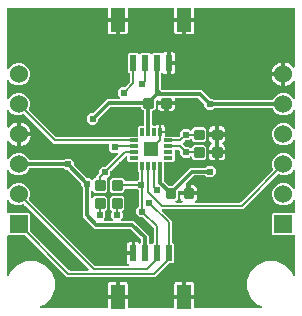
<source format=gbr>
G04 EAGLE Gerber RS-274X export*
G75*
%MOMM*%
%FSLAX34Y34*%
%LPD*%
%AMOC8*
5,1,8,0,0,1.08239X$1,22.5*%
G01*
%ADD10C,0.222250*%
%ADD11R,1.524000X1.524000*%
%ADD12C,1.524000*%
%ADD13R,0.600000X1.350000*%
%ADD14R,1.200000X2.000000*%
%ADD15R,1.200000X1.200000*%
%ADD16R,0.800000X0.300000*%
%ADD17R,0.300000X0.800000*%
%ADD18C,0.609600*%
%ADD19C,0.203200*%
%ADD20C,0.304800*%

G36*
X107182Y150298D02*
X107182Y150298D01*
X107203Y150296D01*
X107313Y150318D01*
X107424Y150335D01*
X107443Y150344D01*
X107464Y150348D01*
X107502Y150372D01*
X107663Y150450D01*
X107746Y150527D01*
X107789Y150555D01*
X108013Y150779D01*
X115333Y150779D01*
X115435Y150794D01*
X115537Y150802D01*
X115565Y150814D01*
X115596Y150819D01*
X115688Y150863D01*
X115784Y150901D01*
X115807Y150921D01*
X115835Y150934D01*
X115910Y151004D01*
X115990Y151069D01*
X116007Y151095D01*
X116029Y151116D01*
X116080Y151205D01*
X116137Y151290D01*
X116143Y151314D01*
X116161Y151346D01*
X116219Y151606D01*
X116216Y151644D01*
X116221Y151667D01*
X116221Y158987D01*
X117263Y160029D01*
X120309Y160029D01*
X120411Y160044D01*
X120513Y160052D01*
X120541Y160064D01*
X120572Y160069D01*
X120664Y160113D01*
X120760Y160151D01*
X120783Y160171D01*
X120811Y160184D01*
X120886Y160254D01*
X120966Y160319D01*
X120983Y160345D01*
X121005Y160366D01*
X121056Y160455D01*
X121113Y160540D01*
X121119Y160564D01*
X121137Y160596D01*
X121195Y160856D01*
X121192Y160894D01*
X121197Y160917D01*
X121197Y172068D01*
X121182Y172170D01*
X121174Y172272D01*
X121162Y172300D01*
X121157Y172331D01*
X121113Y172423D01*
X121075Y172519D01*
X121055Y172542D01*
X121042Y172570D01*
X120972Y172645D01*
X120907Y172725D01*
X120881Y172742D01*
X120860Y172764D01*
X120771Y172815D01*
X120686Y172872D01*
X120662Y172878D01*
X120630Y172896D01*
X120370Y172954D01*
X120332Y172951D01*
X120309Y172956D01*
X120239Y172956D01*
X118546Y174649D01*
X118546Y174989D01*
X118531Y175091D01*
X118523Y175193D01*
X118511Y175221D01*
X118506Y175252D01*
X118462Y175344D01*
X118424Y175440D01*
X118404Y175463D01*
X118391Y175491D01*
X118321Y175566D01*
X118256Y175646D01*
X118230Y175663D01*
X118209Y175685D01*
X118120Y175736D01*
X118035Y175793D01*
X118011Y175799D01*
X117979Y175817D01*
X117719Y175875D01*
X117681Y175872D01*
X117658Y175877D01*
X92778Y175877D01*
X92757Y175874D01*
X92736Y175876D01*
X92626Y175854D01*
X92515Y175837D01*
X92496Y175828D01*
X92476Y175824D01*
X92437Y175800D01*
X92276Y175722D01*
X92193Y175645D01*
X92150Y175617D01*
X82557Y166024D01*
X82544Y166007D01*
X82528Y165994D01*
X82466Y165900D01*
X82399Y165810D01*
X82392Y165790D01*
X82381Y165773D01*
X82371Y165728D01*
X82312Y165559D01*
X82308Y165446D01*
X82297Y165396D01*
X82297Y163609D01*
X79469Y160781D01*
X75471Y160781D01*
X72643Y163609D01*
X72643Y167607D01*
X75471Y170435D01*
X77258Y170435D01*
X77279Y170438D01*
X77300Y170436D01*
X77410Y170458D01*
X77521Y170475D01*
X77540Y170484D01*
X77560Y170488D01*
X77599Y170512D01*
X77760Y170590D01*
X77843Y170667D01*
X77886Y170695D01*
X89674Y182483D01*
X100139Y182483D01*
X100190Y182490D01*
X100241Y182489D01*
X100321Y182510D01*
X100402Y182523D01*
X100448Y182545D01*
X100498Y182559D01*
X100567Y182603D01*
X100641Y182638D01*
X100679Y182673D01*
X100722Y182701D01*
X100775Y182764D01*
X100835Y182820D01*
X100861Y182864D01*
X100894Y182904D01*
X100927Y182979D01*
X100967Y183050D01*
X100978Y183101D01*
X100999Y183148D01*
X101007Y183230D01*
X101025Y183310D01*
X101021Y183361D01*
X101026Y183413D01*
X101010Y183493D01*
X101003Y183575D01*
X100984Y183623D01*
X100974Y183673D01*
X100946Y183717D01*
X100904Y183822D01*
X100791Y183961D01*
X100767Y183999D01*
X99059Y185707D01*
X99059Y189705D01*
X101887Y192533D01*
X104392Y192533D01*
X104413Y192536D01*
X104434Y192534D01*
X104544Y192556D01*
X104655Y192573D01*
X104674Y192582D01*
X104695Y192586D01*
X104733Y192610D01*
X104895Y192688D01*
X104977Y192765D01*
X105021Y192793D01*
X108945Y196717D01*
X108958Y196734D01*
X108974Y196748D01*
X109036Y196841D01*
X109103Y196931D01*
X109110Y196951D01*
X109121Y196969D01*
X109131Y197013D01*
X109190Y197182D01*
X109194Y197295D01*
X109205Y197346D01*
X109205Y203583D01*
X109190Y203685D01*
X109182Y203787D01*
X109170Y203815D01*
X109165Y203846D01*
X109121Y203938D01*
X109083Y204034D01*
X109063Y204057D01*
X109050Y204085D01*
X108980Y204160D01*
X108915Y204240D01*
X108889Y204257D01*
X108868Y204279D01*
X108779Y204330D01*
X108694Y204387D01*
X108670Y204393D01*
X108638Y204411D01*
X108378Y204469D01*
X108340Y204466D01*
X108317Y204471D01*
X108263Y204471D01*
X107221Y205513D01*
X107221Y220487D01*
X108263Y221529D01*
X115737Y221529D01*
X116372Y220894D01*
X116455Y220833D01*
X116533Y220766D01*
X116561Y220754D01*
X116586Y220736D01*
X116683Y220702D01*
X116777Y220662D01*
X116808Y220659D01*
X116837Y220649D01*
X116940Y220645D01*
X117042Y220634D01*
X117072Y220640D01*
X117103Y220639D01*
X117202Y220666D01*
X117302Y220686D01*
X117323Y220699D01*
X117359Y220709D01*
X117583Y220852D01*
X117608Y220881D01*
X117628Y220894D01*
X118263Y221529D01*
X125737Y221529D01*
X126372Y220894D01*
X126455Y220833D01*
X126533Y220766D01*
X126561Y220754D01*
X126586Y220736D01*
X126683Y220702D01*
X126777Y220662D01*
X126808Y220659D01*
X126837Y220649D01*
X126940Y220645D01*
X127042Y220634D01*
X127072Y220640D01*
X127103Y220639D01*
X127202Y220666D01*
X127302Y220686D01*
X127323Y220699D01*
X127359Y220709D01*
X127583Y220852D01*
X127608Y220881D01*
X127628Y220894D01*
X128263Y221529D01*
X135737Y221529D01*
X135833Y221432D01*
X135916Y221371D01*
X135994Y221305D01*
X136022Y221293D01*
X136047Y221275D01*
X136144Y221241D01*
X136238Y221201D01*
X136269Y221197D01*
X136298Y221187D01*
X136401Y221184D01*
X136503Y221173D01*
X136533Y221179D01*
X136564Y221178D01*
X136663Y221205D01*
X136764Y221225D01*
X136784Y221238D01*
X136820Y221248D01*
X137045Y221391D01*
X137069Y221420D01*
X137089Y221432D01*
X137440Y221783D01*
X138019Y222118D01*
X138665Y222291D01*
X140501Y222291D01*
X140501Y213611D01*
X140516Y213510D01*
X140524Y213407D01*
X140536Y213379D01*
X140540Y213348D01*
X140585Y213256D01*
X140623Y213161D01*
X140643Y213137D01*
X140656Y213109D01*
X140726Y213034D01*
X140752Y213003D01*
X140732Y212987D01*
X140715Y212961D01*
X140693Y212940D01*
X140642Y212851D01*
X140585Y212766D01*
X140579Y212742D01*
X140561Y212709D01*
X140503Y212450D01*
X140506Y212412D01*
X140501Y212389D01*
X140501Y203709D01*
X138665Y203709D01*
X138019Y203882D01*
X137440Y204217D01*
X137089Y204568D01*
X137007Y204628D01*
X136928Y204695D01*
X136900Y204707D01*
X136875Y204725D01*
X136778Y204759D01*
X136684Y204799D01*
X136653Y204803D01*
X136624Y204813D01*
X136522Y204816D01*
X136419Y204827D01*
X136389Y204821D01*
X136359Y204822D01*
X136259Y204795D01*
X136159Y204775D01*
X136139Y204762D01*
X136102Y204752D01*
X135878Y204609D01*
X135853Y204580D01*
X135833Y204568D01*
X135563Y204297D01*
X135550Y204280D01*
X135534Y204267D01*
X135472Y204174D01*
X135405Y204083D01*
X135398Y204064D01*
X135387Y204046D01*
X135377Y204002D01*
X135318Y203832D01*
X135314Y203720D01*
X135303Y203669D01*
X135303Y192062D01*
X135306Y192041D01*
X135304Y192020D01*
X135326Y191910D01*
X135343Y191799D01*
X135352Y191780D01*
X135356Y191760D01*
X135380Y191721D01*
X135458Y191560D01*
X135535Y191477D01*
X135563Y191434D01*
X136490Y190507D01*
X136507Y190494D01*
X136520Y190478D01*
X136614Y190416D01*
X136704Y190349D01*
X136724Y190342D01*
X136741Y190331D01*
X136786Y190321D01*
X136955Y190262D01*
X137068Y190258D01*
X137118Y190247D01*
X169516Y190247D01*
X176622Y183141D01*
X176639Y183128D01*
X176652Y183112D01*
X176746Y183050D01*
X176836Y182983D01*
X176856Y182976D01*
X176873Y182965D01*
X176918Y182955D01*
X177087Y182896D01*
X177200Y182892D01*
X177250Y182881D01*
X179037Y182881D01*
X180255Y181663D01*
X180272Y181650D01*
X180285Y181634D01*
X180379Y181572D01*
X180469Y181505D01*
X180489Y181498D01*
X180506Y181487D01*
X180551Y181477D01*
X180720Y181418D01*
X180833Y181414D01*
X180883Y181403D01*
X229601Y181403D01*
X229663Y181412D01*
X229725Y181411D01*
X229793Y181432D01*
X229864Y181443D01*
X229920Y181469D01*
X229979Y181487D01*
X230039Y181527D01*
X230104Y181558D01*
X230149Y181601D01*
X230200Y181635D01*
X230228Y181674D01*
X230298Y181740D01*
X230404Y181926D01*
X230422Y181951D01*
X231032Y183424D01*
X233676Y186068D01*
X237130Y187499D01*
X240870Y187499D01*
X244324Y186068D01*
X246968Y183424D01*
X247083Y183145D01*
X247131Y183066D01*
X247171Y182983D01*
X247199Y182953D01*
X247221Y182917D01*
X247290Y182856D01*
X247353Y182789D01*
X247388Y182768D01*
X247419Y182741D01*
X247503Y182702D01*
X247583Y182657D01*
X247624Y182648D01*
X247661Y182631D01*
X247753Y182619D01*
X247843Y182599D01*
X247884Y182602D01*
X247925Y182597D01*
X248016Y182613D01*
X248108Y182620D01*
X248146Y182636D01*
X248187Y182643D01*
X248269Y182685D01*
X248355Y182719D01*
X248387Y182745D01*
X248423Y182764D01*
X248489Y182829D01*
X248561Y182887D01*
X248584Y182921D01*
X248613Y182950D01*
X248657Y183031D01*
X248708Y183108D01*
X248715Y183139D01*
X248740Y183184D01*
X248791Y183445D01*
X248788Y183465D01*
X248792Y183485D01*
X248792Y196958D01*
X248774Y197077D01*
X248759Y197197D01*
X248754Y197208D01*
X248752Y197221D01*
X248700Y197329D01*
X248650Y197439D01*
X248642Y197449D01*
X248637Y197460D01*
X248554Y197548D01*
X248474Y197639D01*
X248464Y197645D01*
X248455Y197654D01*
X248351Y197714D01*
X248247Y197777D01*
X248235Y197780D01*
X248225Y197786D01*
X248107Y197812D01*
X247989Y197842D01*
X247977Y197841D01*
X247965Y197844D01*
X247844Y197834D01*
X247724Y197828D01*
X247712Y197823D01*
X247700Y197822D01*
X247588Y197777D01*
X247475Y197735D01*
X247467Y197729D01*
X247453Y197723D01*
X247247Y197556D01*
X247213Y197504D01*
X247185Y197480D01*
X246750Y196881D01*
X245619Y195750D01*
X244325Y194810D01*
X242900Y194084D01*
X241379Y193589D01*
X240777Y193494D01*
X240777Y202611D01*
X240762Y202712D01*
X240753Y202815D01*
X240742Y202843D01*
X240737Y202874D01*
X240693Y202966D01*
X240654Y203061D01*
X240635Y203085D01*
X240622Y203113D01*
X240552Y203188D01*
X240487Y203268D01*
X240461Y203285D01*
X240440Y203307D01*
X240351Y203358D01*
X240266Y203415D01*
X240242Y203420D01*
X240210Y203439D01*
X239950Y203497D01*
X239912Y203494D01*
X239889Y203499D01*
X238999Y203499D01*
X238999Y203501D01*
X239889Y203501D01*
X239990Y203516D01*
X240093Y203525D01*
X240121Y203536D01*
X240152Y203541D01*
X240244Y203585D01*
X240339Y203624D01*
X240363Y203643D01*
X240391Y203656D01*
X240466Y203726D01*
X240546Y203791D01*
X240563Y203817D01*
X240585Y203838D01*
X240636Y203927D01*
X240693Y204012D01*
X240699Y204036D01*
X240717Y204069D01*
X240775Y204328D01*
X240772Y204366D01*
X240777Y204389D01*
X240777Y213506D01*
X241379Y213411D01*
X242900Y212916D01*
X244325Y212190D01*
X245619Y211250D01*
X246750Y210119D01*
X247185Y209520D01*
X247270Y209434D01*
X247353Y209346D01*
X247363Y209340D01*
X247372Y209331D01*
X247479Y209274D01*
X247583Y209214D01*
X247596Y209211D01*
X247606Y209205D01*
X247725Y209182D01*
X247843Y209156D01*
X247855Y209157D01*
X247867Y209155D01*
X247988Y209168D01*
X248108Y209178D01*
X248119Y209182D01*
X248132Y209184D01*
X248243Y209232D01*
X248355Y209277D01*
X248364Y209285D01*
X248375Y209289D01*
X248466Y209367D01*
X248561Y209444D01*
X248568Y209455D01*
X248577Y209463D01*
X248641Y209565D01*
X248708Y209665D01*
X248711Y209675D01*
X248718Y209688D01*
X248787Y209945D01*
X248784Y210007D01*
X248792Y210042D01*
X248792Y258904D01*
X248777Y259006D01*
X248769Y259108D01*
X248757Y259136D01*
X248752Y259167D01*
X248708Y259259D01*
X248670Y259355D01*
X248650Y259378D01*
X248637Y259406D01*
X248567Y259481D01*
X248502Y259561D01*
X248476Y259578D01*
X248455Y259600D01*
X248366Y259651D01*
X248281Y259708D01*
X248257Y259714D01*
X248225Y259732D01*
X247965Y259790D01*
X247927Y259787D01*
X247904Y259792D01*
X164429Y259792D01*
X164327Y259777D01*
X164225Y259769D01*
X164197Y259757D01*
X164166Y259752D01*
X164074Y259708D01*
X163978Y259670D01*
X163955Y259650D01*
X163927Y259637D01*
X163852Y259567D01*
X163772Y259502D01*
X163755Y259476D01*
X163733Y259455D01*
X163682Y259366D01*
X163625Y259281D01*
X163619Y259257D01*
X163601Y259225D01*
X163543Y258965D01*
X163546Y258927D01*
X163541Y258904D01*
X163541Y251527D01*
X155889Y251527D01*
X155788Y251512D01*
X155685Y251503D01*
X155657Y251492D01*
X155626Y251487D01*
X155534Y251443D01*
X155439Y251404D01*
X155415Y251385D01*
X155387Y251372D01*
X155312Y251302D01*
X155232Y251237D01*
X155215Y251211D01*
X155193Y251190D01*
X155142Y251101D01*
X155085Y251016D01*
X155080Y250992D01*
X155061Y250959D01*
X155003Y250700D01*
X155006Y250662D01*
X155001Y250639D01*
X155001Y249749D01*
X154999Y249749D01*
X154999Y250639D01*
X154984Y250740D01*
X154975Y250843D01*
X154964Y250871D01*
X154959Y250902D01*
X154915Y250994D01*
X154876Y251089D01*
X154857Y251113D01*
X154844Y251141D01*
X154774Y251216D01*
X154709Y251296D01*
X154683Y251313D01*
X154662Y251335D01*
X154573Y251386D01*
X154488Y251443D01*
X154464Y251448D01*
X154431Y251467D01*
X154172Y251525D01*
X154134Y251522D01*
X154111Y251527D01*
X146459Y251527D01*
X146459Y258904D01*
X146444Y259006D01*
X146436Y259108D01*
X146424Y259136D01*
X146419Y259167D01*
X146375Y259259D01*
X146337Y259355D01*
X146317Y259378D01*
X146304Y259406D01*
X146234Y259481D01*
X146169Y259561D01*
X146143Y259578D01*
X146122Y259600D01*
X146033Y259651D01*
X145948Y259708D01*
X145924Y259714D01*
X145892Y259732D01*
X145632Y259790D01*
X145594Y259787D01*
X145571Y259792D01*
X108429Y259792D01*
X108327Y259777D01*
X108225Y259769D01*
X108197Y259757D01*
X108166Y259752D01*
X108074Y259708D01*
X107978Y259670D01*
X107955Y259650D01*
X107927Y259637D01*
X107852Y259567D01*
X107772Y259502D01*
X107755Y259476D01*
X107733Y259455D01*
X107682Y259366D01*
X107625Y259281D01*
X107619Y259257D01*
X107601Y259225D01*
X107543Y258965D01*
X107546Y258927D01*
X107541Y258904D01*
X107541Y251527D01*
X99889Y251527D01*
X99788Y251512D01*
X99685Y251503D01*
X99657Y251492D01*
X99626Y251487D01*
X99534Y251443D01*
X99439Y251404D01*
X99415Y251385D01*
X99387Y251372D01*
X99312Y251302D01*
X99232Y251237D01*
X99215Y251211D01*
X99193Y251190D01*
X99142Y251101D01*
X99085Y251016D01*
X99080Y250992D01*
X99061Y250959D01*
X99003Y250700D01*
X99006Y250662D01*
X99001Y250639D01*
X99001Y249749D01*
X98999Y249749D01*
X98999Y250639D01*
X98984Y250740D01*
X98975Y250843D01*
X98964Y250871D01*
X98959Y250902D01*
X98915Y250994D01*
X98876Y251089D01*
X98857Y251113D01*
X98844Y251141D01*
X98774Y251216D01*
X98709Y251296D01*
X98683Y251313D01*
X98662Y251335D01*
X98573Y251386D01*
X98488Y251443D01*
X98464Y251448D01*
X98431Y251467D01*
X98172Y251525D01*
X98134Y251522D01*
X98111Y251527D01*
X90459Y251527D01*
X90459Y258904D01*
X90444Y259006D01*
X90436Y259108D01*
X90424Y259136D01*
X90419Y259167D01*
X90375Y259259D01*
X90337Y259355D01*
X90317Y259378D01*
X90304Y259406D01*
X90234Y259481D01*
X90169Y259561D01*
X90143Y259578D01*
X90122Y259600D01*
X90033Y259651D01*
X89948Y259708D01*
X89924Y259714D01*
X89892Y259732D01*
X89632Y259790D01*
X89594Y259787D01*
X89571Y259792D01*
X6096Y259792D01*
X5994Y259777D01*
X5892Y259769D01*
X5864Y259757D01*
X5833Y259752D01*
X5741Y259708D01*
X5645Y259670D01*
X5622Y259650D01*
X5594Y259637D01*
X5519Y259567D01*
X5439Y259502D01*
X5422Y259476D01*
X5400Y259455D01*
X5349Y259366D01*
X5292Y259281D01*
X5286Y259257D01*
X5268Y259225D01*
X5210Y258965D01*
X5213Y258927D01*
X5208Y258904D01*
X5208Y208885D01*
X5222Y208794D01*
X5227Y208701D01*
X5241Y208663D01*
X5248Y208622D01*
X5288Y208539D01*
X5320Y208452D01*
X5345Y208420D01*
X5363Y208383D01*
X5426Y208315D01*
X5483Y208242D01*
X5517Y208219D01*
X5545Y208189D01*
X5625Y208143D01*
X5700Y208090D01*
X5740Y208077D01*
X5775Y208057D01*
X5866Y208037D01*
X5953Y208008D01*
X5995Y208008D01*
X6035Y207999D01*
X6127Y208006D01*
X6219Y208005D01*
X6259Y208017D01*
X6300Y208020D01*
X6385Y208055D01*
X6474Y208081D01*
X6508Y208104D01*
X6547Y208119D01*
X6618Y208178D01*
X6695Y208229D01*
X6713Y208254D01*
X6753Y208287D01*
X6900Y208508D01*
X6905Y208528D01*
X6917Y208545D01*
X7032Y208824D01*
X9676Y211468D01*
X13130Y212899D01*
X16870Y212899D01*
X20324Y211468D01*
X22968Y208824D01*
X24399Y205370D01*
X24399Y201630D01*
X22968Y198176D01*
X20324Y195532D01*
X16870Y194101D01*
X13130Y194101D01*
X9676Y195532D01*
X7032Y198176D01*
X6917Y198455D01*
X6869Y198534D01*
X6829Y198617D01*
X6801Y198647D01*
X6779Y198683D01*
X6710Y198744D01*
X6647Y198811D01*
X6612Y198832D01*
X6581Y198859D01*
X6497Y198898D01*
X6417Y198943D01*
X6376Y198952D01*
X6339Y198969D01*
X6247Y198981D01*
X6157Y199001D01*
X6116Y198998D01*
X6075Y199003D01*
X5984Y198987D01*
X5892Y198980D01*
X5854Y198964D01*
X5813Y198957D01*
X5731Y198915D01*
X5645Y198881D01*
X5613Y198855D01*
X5577Y198836D01*
X5511Y198771D01*
X5439Y198713D01*
X5416Y198679D01*
X5387Y198650D01*
X5343Y198569D01*
X5292Y198492D01*
X5285Y198461D01*
X5260Y198416D01*
X5209Y198155D01*
X5212Y198135D01*
X5208Y198115D01*
X5208Y183485D01*
X5222Y183394D01*
X5227Y183301D01*
X5241Y183263D01*
X5248Y183222D01*
X5288Y183139D01*
X5320Y183052D01*
X5345Y183020D01*
X5363Y182983D01*
X5426Y182915D01*
X5483Y182842D01*
X5517Y182819D01*
X5545Y182789D01*
X5625Y182743D01*
X5700Y182690D01*
X5740Y182677D01*
X5775Y182657D01*
X5866Y182637D01*
X5953Y182608D01*
X5995Y182608D01*
X6035Y182599D01*
X6127Y182606D01*
X6219Y182605D01*
X6259Y182617D01*
X6300Y182620D01*
X6385Y182655D01*
X6474Y182681D01*
X6508Y182704D01*
X6547Y182719D01*
X6618Y182778D01*
X6695Y182829D01*
X6713Y182854D01*
X6753Y182887D01*
X6900Y183108D01*
X6905Y183128D01*
X6917Y183145D01*
X7032Y183424D01*
X9676Y186068D01*
X13130Y187499D01*
X16870Y187499D01*
X20324Y186068D01*
X22968Y183424D01*
X24399Y179970D01*
X24399Y176230D01*
X23578Y174250D01*
X23563Y174189D01*
X23539Y174132D01*
X23532Y174061D01*
X23514Y173992D01*
X23518Y173930D01*
X23512Y173868D01*
X23526Y173798D01*
X23530Y173726D01*
X23551Y173668D01*
X23564Y173607D01*
X23589Y173567D01*
X23623Y173477D01*
X23754Y173308D01*
X23771Y173282D01*
X46497Y150555D01*
X46514Y150542D01*
X46528Y150526D01*
X46621Y150464D01*
X46711Y150397D01*
X46731Y150390D01*
X46749Y150379D01*
X46793Y150369D01*
X46962Y150310D01*
X47075Y150306D01*
X47126Y150295D01*
X107161Y150295D01*
X107182Y150298D01*
G37*
G36*
X89673Y5223D02*
X89673Y5223D01*
X89775Y5231D01*
X89803Y5243D01*
X89834Y5248D01*
X89926Y5292D01*
X90022Y5330D01*
X90045Y5350D01*
X90073Y5363D01*
X90148Y5433D01*
X90228Y5498D01*
X90245Y5524D01*
X90267Y5545D01*
X90318Y5634D01*
X90375Y5719D01*
X90381Y5743D01*
X90399Y5775D01*
X90457Y6035D01*
X90454Y6073D01*
X90459Y6096D01*
X90459Y13473D01*
X98111Y13473D01*
X98212Y13488D01*
X98315Y13497D01*
X98343Y13508D01*
X98374Y13513D01*
X98466Y13557D01*
X98561Y13596D01*
X98585Y13615D01*
X98613Y13628D01*
X98688Y13698D01*
X98768Y13763D01*
X98785Y13789D01*
X98807Y13810D01*
X98858Y13899D01*
X98915Y13984D01*
X98920Y14008D01*
X98939Y14040D01*
X98997Y14300D01*
X98994Y14338D01*
X98999Y14361D01*
X98999Y15251D01*
X99001Y15251D01*
X99001Y14361D01*
X99016Y14260D01*
X99025Y14157D01*
X99036Y14129D01*
X99041Y14098D01*
X99085Y14006D01*
X99124Y13911D01*
X99143Y13887D01*
X99156Y13859D01*
X99226Y13784D01*
X99291Y13704D01*
X99317Y13687D01*
X99338Y13665D01*
X99427Y13614D01*
X99512Y13557D01*
X99536Y13551D01*
X99569Y13533D01*
X99828Y13475D01*
X99866Y13478D01*
X99889Y13473D01*
X107541Y13473D01*
X107541Y6096D01*
X107556Y5994D01*
X107564Y5892D01*
X107576Y5864D01*
X107581Y5833D01*
X107625Y5741D01*
X107663Y5645D01*
X107683Y5622D01*
X107696Y5594D01*
X107766Y5519D01*
X107831Y5439D01*
X107857Y5422D01*
X107878Y5400D01*
X107967Y5349D01*
X108052Y5292D01*
X108076Y5286D01*
X108108Y5268D01*
X108368Y5210D01*
X108406Y5213D01*
X108429Y5208D01*
X145571Y5208D01*
X145673Y5223D01*
X145775Y5231D01*
X145803Y5243D01*
X145834Y5248D01*
X145926Y5292D01*
X146022Y5330D01*
X146045Y5350D01*
X146073Y5363D01*
X146148Y5433D01*
X146228Y5498D01*
X146245Y5524D01*
X146267Y5545D01*
X146318Y5634D01*
X146375Y5719D01*
X146381Y5743D01*
X146399Y5775D01*
X146457Y6035D01*
X146454Y6073D01*
X146459Y6096D01*
X146459Y13473D01*
X154111Y13473D01*
X154212Y13488D01*
X154315Y13497D01*
X154343Y13508D01*
X154374Y13513D01*
X154466Y13557D01*
X154561Y13596D01*
X154585Y13615D01*
X154613Y13628D01*
X154688Y13698D01*
X154768Y13763D01*
X154785Y13789D01*
X154807Y13810D01*
X154858Y13899D01*
X154915Y13984D01*
X154920Y14008D01*
X154939Y14040D01*
X154997Y14300D01*
X154994Y14338D01*
X154999Y14361D01*
X154999Y15251D01*
X155001Y15251D01*
X155001Y14361D01*
X155016Y14260D01*
X155025Y14157D01*
X155036Y14129D01*
X155041Y14098D01*
X155085Y14006D01*
X155124Y13911D01*
X155143Y13887D01*
X155156Y13859D01*
X155226Y13784D01*
X155291Y13704D01*
X155317Y13687D01*
X155338Y13665D01*
X155427Y13614D01*
X155512Y13557D01*
X155536Y13551D01*
X155569Y13533D01*
X155828Y13475D01*
X155866Y13478D01*
X155889Y13473D01*
X163541Y13473D01*
X163541Y6096D01*
X163556Y5994D01*
X163564Y5892D01*
X163576Y5864D01*
X163581Y5833D01*
X163625Y5741D01*
X163663Y5645D01*
X163683Y5622D01*
X163696Y5594D01*
X163766Y5519D01*
X163831Y5439D01*
X163857Y5422D01*
X163878Y5400D01*
X163967Y5349D01*
X164052Y5292D01*
X164076Y5286D01*
X164108Y5268D01*
X164368Y5210D01*
X164406Y5213D01*
X164429Y5208D01*
X220409Y5208D01*
X220501Y5222D01*
X220593Y5227D01*
X220632Y5241D01*
X220672Y5248D01*
X220755Y5288D01*
X220842Y5320D01*
X220874Y5345D01*
X220912Y5363D01*
X220979Y5426D01*
X221052Y5483D01*
X221076Y5517D01*
X221106Y5545D01*
X221152Y5625D01*
X221205Y5700D01*
X221217Y5740D01*
X221238Y5775D01*
X221258Y5865D01*
X221286Y5953D01*
X221287Y5995D01*
X221296Y6035D01*
X221288Y6127D01*
X221289Y6219D01*
X221277Y6259D01*
X221274Y6300D01*
X221240Y6386D01*
X221213Y6474D01*
X221190Y6508D01*
X221175Y6547D01*
X221117Y6618D01*
X221065Y6695D01*
X221040Y6713D01*
X221007Y6753D01*
X220786Y6900D01*
X220766Y6905D01*
X220749Y6917D01*
X217225Y8376D01*
X211576Y14025D01*
X208519Y21406D01*
X208519Y29394D01*
X211576Y36775D01*
X217225Y42424D01*
X224606Y45481D01*
X232594Y45481D01*
X239975Y42424D01*
X245624Y36775D01*
X247083Y33251D01*
X247114Y33200D01*
X247121Y33181D01*
X247134Y33166D01*
X247171Y33088D01*
X247199Y33058D01*
X247221Y33023D01*
X247290Y32962D01*
X247353Y32894D01*
X247389Y32874D01*
X247419Y32846D01*
X247503Y32808D01*
X247583Y32762D01*
X247624Y32753D01*
X247661Y32736D01*
X247753Y32724D01*
X247843Y32704D01*
X247884Y32708D01*
X247925Y32703D01*
X248016Y32718D01*
X248108Y32726D01*
X248146Y32741D01*
X248187Y32748D01*
X248269Y32791D01*
X248355Y32825D01*
X248387Y32851D01*
X248423Y32870D01*
X248489Y32934D01*
X248561Y32993D01*
X248584Y33027D01*
X248613Y33056D01*
X248657Y33137D01*
X248708Y33214D01*
X248715Y33244D01*
X248740Y33289D01*
X248791Y33550D01*
X248789Y33565D01*
X248790Y33571D01*
X248790Y33578D01*
X248792Y33591D01*
X248792Y66392D01*
X248785Y66443D01*
X248786Y66495D01*
X248765Y66574D01*
X248752Y66655D01*
X248730Y66702D01*
X248716Y66752D01*
X248672Y66821D01*
X248637Y66894D01*
X248601Y66932D01*
X248574Y66976D01*
X248511Y67029D01*
X248455Y67089D01*
X248410Y67114D01*
X248371Y67148D01*
X248296Y67180D01*
X248225Y67221D01*
X248174Y67232D01*
X248127Y67252D01*
X248045Y67261D01*
X247965Y67279D01*
X247914Y67274D01*
X247862Y67280D01*
X247782Y67264D01*
X247700Y67257D01*
X247652Y67238D01*
X247602Y67228D01*
X247558Y67200D01*
X247453Y67158D01*
X247384Y67101D01*
X230643Y67101D01*
X229601Y68143D01*
X229601Y84857D01*
X230643Y85899D01*
X247374Y85899D01*
X247424Y85871D01*
X247490Y85822D01*
X247539Y85805D01*
X247583Y85779D01*
X247663Y85761D01*
X247741Y85734D01*
X247793Y85733D01*
X247843Y85721D01*
X247925Y85728D01*
X248007Y85725D01*
X248056Y85739D01*
X248108Y85743D01*
X248184Y85774D01*
X248263Y85795D01*
X248307Y85823D01*
X248355Y85842D01*
X248418Y85894D01*
X248487Y85938D01*
X248521Y85977D01*
X248561Y86010D01*
X248606Y86078D01*
X248659Y86140D01*
X248680Y86188D01*
X248708Y86231D01*
X248720Y86281D01*
X248764Y86385D01*
X248782Y86563D01*
X248792Y86608D01*
X248792Y96515D01*
X248778Y96606D01*
X248773Y96699D01*
X248759Y96737D01*
X248752Y96778D01*
X248712Y96861D01*
X248680Y96948D01*
X248655Y96980D01*
X248637Y97017D01*
X248574Y97085D01*
X248517Y97158D01*
X248483Y97181D01*
X248455Y97211D01*
X248375Y97257D01*
X248300Y97310D01*
X248260Y97323D01*
X248225Y97343D01*
X248134Y97363D01*
X248047Y97392D01*
X248005Y97392D01*
X247965Y97401D01*
X247873Y97394D01*
X247781Y97395D01*
X247741Y97383D01*
X247700Y97380D01*
X247615Y97345D01*
X247526Y97319D01*
X247492Y97296D01*
X247453Y97281D01*
X247382Y97222D01*
X247305Y97171D01*
X247287Y97146D01*
X247247Y97113D01*
X247100Y96892D01*
X247095Y96872D01*
X247083Y96855D01*
X246968Y96576D01*
X244324Y93932D01*
X240870Y92501D01*
X237130Y92501D01*
X233676Y93932D01*
X231032Y96576D01*
X229601Y100030D01*
X229601Y103770D01*
X231032Y107224D01*
X233676Y109868D01*
X237130Y111299D01*
X240870Y111299D01*
X244324Y109868D01*
X246968Y107224D01*
X247083Y106945D01*
X247131Y106866D01*
X247171Y106783D01*
X247199Y106753D01*
X247221Y106717D01*
X247290Y106656D01*
X247353Y106589D01*
X247388Y106568D01*
X247419Y106541D01*
X247503Y106502D01*
X247583Y106457D01*
X247624Y106448D01*
X247661Y106431D01*
X247753Y106419D01*
X247843Y106399D01*
X247884Y106402D01*
X247925Y106397D01*
X248016Y106413D01*
X248108Y106420D01*
X248146Y106436D01*
X248187Y106443D01*
X248269Y106485D01*
X248355Y106519D01*
X248387Y106545D01*
X248423Y106564D01*
X248489Y106629D01*
X248561Y106687D01*
X248584Y106721D01*
X248613Y106750D01*
X248657Y106831D01*
X248708Y106908D01*
X248715Y106939D01*
X248740Y106984D01*
X248791Y107245D01*
X248788Y107265D01*
X248792Y107285D01*
X248792Y121915D01*
X248778Y122006D01*
X248773Y122099D01*
X248759Y122137D01*
X248752Y122178D01*
X248712Y122261D01*
X248680Y122348D01*
X248655Y122380D01*
X248637Y122417D01*
X248574Y122485D01*
X248517Y122558D01*
X248483Y122581D01*
X248455Y122611D01*
X248375Y122657D01*
X248300Y122710D01*
X248260Y122723D01*
X248225Y122743D01*
X248134Y122763D01*
X248047Y122792D01*
X248005Y122792D01*
X247965Y122801D01*
X247873Y122794D01*
X247781Y122795D01*
X247741Y122783D01*
X247700Y122780D01*
X247615Y122745D01*
X247526Y122719D01*
X247492Y122696D01*
X247453Y122681D01*
X247382Y122622D01*
X247305Y122571D01*
X247287Y122546D01*
X247247Y122513D01*
X247100Y122292D01*
X247095Y122272D01*
X247083Y122255D01*
X246968Y121976D01*
X244324Y119332D01*
X240870Y117901D01*
X237130Y117901D01*
X235150Y118722D01*
X235089Y118737D01*
X235032Y118761D01*
X234961Y118768D01*
X234892Y118786D01*
X234830Y118782D01*
X234768Y118788D01*
X234698Y118774D01*
X234626Y118770D01*
X234568Y118749D01*
X234507Y118736D01*
X234467Y118711D01*
X234377Y118677D01*
X234208Y118546D01*
X234182Y118529D01*
X206703Y91051D01*
X204806Y89153D01*
X137028Y89153D01*
X136977Y89146D01*
X136925Y89147D01*
X136846Y89126D01*
X136765Y89113D01*
X136718Y89091D01*
X136669Y89077D01*
X136599Y89033D01*
X136525Y88998D01*
X136488Y88963D01*
X136444Y88935D01*
X136391Y88872D01*
X136331Y88816D01*
X136306Y88772D01*
X136272Y88732D01*
X136240Y88657D01*
X136199Y88586D01*
X136188Y88535D01*
X136168Y88488D01*
X136159Y88406D01*
X136141Y88326D01*
X136146Y88275D01*
X136140Y88223D01*
X136156Y88143D01*
X136163Y88061D01*
X136182Y88013D01*
X136192Y87963D01*
X136220Y87919D01*
X136262Y87814D01*
X136375Y87675D01*
X136400Y87637D01*
X142897Y81139D01*
X144795Y79242D01*
X144795Y61417D01*
X144810Y61315D01*
X144818Y61213D01*
X144830Y61185D01*
X144835Y61154D01*
X144879Y61062D01*
X144917Y60966D01*
X144937Y60943D01*
X144950Y60915D01*
X145020Y60840D01*
X145085Y60760D01*
X145111Y60743D01*
X145132Y60721D01*
X145221Y60670D01*
X145306Y60613D01*
X145330Y60607D01*
X145362Y60589D01*
X145622Y60531D01*
X145660Y60534D01*
X145683Y60529D01*
X145737Y60529D01*
X146779Y59487D01*
X146779Y44513D01*
X145737Y43471D01*
X142534Y43471D01*
X142513Y43468D01*
X142492Y43470D01*
X142381Y43448D01*
X142271Y43431D01*
X142252Y43422D01*
X142231Y43418D01*
X142193Y43394D01*
X142031Y43316D01*
X141949Y43239D01*
X141905Y43211D01*
X130444Y31749D01*
X55798Y31749D01*
X20707Y66841D01*
X20690Y66854D01*
X20676Y66870D01*
X20583Y66932D01*
X20493Y66999D01*
X20473Y67006D01*
X20455Y67017D01*
X20411Y67027D01*
X20242Y67086D01*
X20129Y67090D01*
X20078Y67101D01*
X6626Y67101D01*
X6576Y67129D01*
X6510Y67178D01*
X6461Y67195D01*
X6417Y67221D01*
X6337Y67239D01*
X6259Y67266D01*
X6207Y67267D01*
X6157Y67279D01*
X6075Y67272D01*
X5993Y67275D01*
X5944Y67261D01*
X5892Y67257D01*
X5816Y67226D01*
X5737Y67205D01*
X5693Y67177D01*
X5645Y67158D01*
X5582Y67106D01*
X5513Y67062D01*
X5479Y67023D01*
X5439Y66990D01*
X5394Y66922D01*
X5341Y66860D01*
X5320Y66812D01*
X5292Y66769D01*
X5280Y66719D01*
X5236Y66615D01*
X5218Y66437D01*
X5208Y66392D01*
X5208Y33591D01*
X5222Y33499D01*
X5227Y33407D01*
X5241Y33368D01*
X5248Y33328D01*
X5288Y33245D01*
X5320Y33158D01*
X5345Y33126D01*
X5363Y33088D01*
X5426Y33021D01*
X5483Y32948D01*
X5517Y32924D01*
X5545Y32894D01*
X5625Y32848D01*
X5700Y32795D01*
X5740Y32783D01*
X5775Y32762D01*
X5865Y32742D01*
X5953Y32714D01*
X5995Y32713D01*
X6035Y32704D01*
X6127Y32712D01*
X6219Y32711D01*
X6259Y32723D01*
X6300Y32726D01*
X6386Y32760D01*
X6474Y32787D01*
X6508Y32810D01*
X6547Y32825D01*
X6618Y32883D01*
X6695Y32935D01*
X6713Y32960D01*
X6753Y32993D01*
X6900Y33214D01*
X6905Y33234D01*
X6917Y33251D01*
X8376Y36775D01*
X14025Y42424D01*
X21406Y45481D01*
X29394Y45481D01*
X36775Y42424D01*
X42424Y36775D01*
X45481Y29394D01*
X45481Y21406D01*
X42424Y14025D01*
X36775Y8376D01*
X33251Y6917D01*
X33172Y6869D01*
X33088Y6829D01*
X33058Y6801D01*
X33023Y6779D01*
X32962Y6710D01*
X32894Y6647D01*
X32874Y6611D01*
X32846Y6581D01*
X32808Y6497D01*
X32762Y6417D01*
X32753Y6376D01*
X32736Y6339D01*
X32724Y6247D01*
X32704Y6157D01*
X32708Y6116D01*
X32703Y6075D01*
X32718Y5984D01*
X32726Y5892D01*
X32741Y5854D01*
X32748Y5813D01*
X32791Y5731D01*
X32825Y5645D01*
X32851Y5613D01*
X32870Y5577D01*
X32934Y5511D01*
X32993Y5439D01*
X33027Y5416D01*
X33056Y5387D01*
X33137Y5343D01*
X33214Y5292D01*
X33244Y5285D01*
X33289Y5260D01*
X33550Y5209D01*
X33570Y5212D01*
X33591Y5208D01*
X89571Y5208D01*
X89673Y5223D01*
G37*
G36*
X152857Y94748D02*
X152857Y94748D01*
X152891Y94745D01*
X152988Y94768D01*
X153086Y94783D01*
X153117Y94798D01*
X153150Y94805D01*
X153236Y94855D01*
X153325Y94898D01*
X153350Y94922D01*
X153380Y94939D01*
X153447Y95012D01*
X153519Y95080D01*
X153536Y95110D01*
X153560Y95135D01*
X153602Y95225D01*
X153651Y95310D01*
X153659Y95344D01*
X153673Y95375D01*
X153687Y95473D01*
X153709Y95570D01*
X153706Y95604D01*
X153711Y95638D01*
X153695Y95736D01*
X153687Y95835D01*
X153674Y95867D01*
X153669Y95901D01*
X153625Y95990D01*
X153588Y96082D01*
X153566Y96108D01*
X153551Y96139D01*
X153513Y96175D01*
X153421Y96288D01*
X153306Y96365D01*
X153267Y96400D01*
X153174Y96454D01*
X152494Y97134D01*
X152013Y97967D01*
X151764Y98895D01*
X151764Y100933D01*
X157861Y100933D01*
X157962Y100948D01*
X158065Y100957D01*
X158093Y100968D01*
X158124Y100973D01*
X158216Y101017D01*
X158311Y101056D01*
X158335Y101075D01*
X158363Y101088D01*
X158438Y101158D01*
X158518Y101223D01*
X158535Y101249D01*
X158557Y101270D01*
X158608Y101359D01*
X158665Y101444D01*
X158670Y101468D01*
X158689Y101500D01*
X158747Y101760D01*
X158744Y101798D01*
X158749Y101821D01*
X158749Y102711D01*
X158751Y102711D01*
X158751Y101821D01*
X158766Y101720D01*
X158775Y101617D01*
X158786Y101589D01*
X158791Y101558D01*
X158835Y101466D01*
X158874Y101371D01*
X158893Y101347D01*
X158906Y101319D01*
X158976Y101244D01*
X159041Y101164D01*
X159067Y101147D01*
X159088Y101125D01*
X159177Y101074D01*
X159262Y101017D01*
X159286Y101011D01*
X159319Y100993D01*
X159578Y100935D01*
X159616Y100938D01*
X159639Y100933D01*
X165736Y100933D01*
X165736Y98895D01*
X165487Y97967D01*
X165006Y97134D01*
X164326Y96454D01*
X164233Y96400D01*
X164206Y96379D01*
X164175Y96364D01*
X164103Y96296D01*
X164025Y96234D01*
X164006Y96206D01*
X163981Y96182D01*
X163932Y96096D01*
X163876Y96015D01*
X163866Y95981D01*
X163849Y95952D01*
X163827Y95855D01*
X163798Y95760D01*
X163799Y95726D01*
X163791Y95692D01*
X163799Y95594D01*
X163799Y95495D01*
X163810Y95461D01*
X163813Y95427D01*
X163849Y95335D01*
X163879Y95241D01*
X163899Y95213D01*
X163912Y95180D01*
X163974Y95104D01*
X164030Y95022D01*
X164057Y95001D01*
X164079Y94974D01*
X164162Y94919D01*
X164239Y94858D01*
X164272Y94846D01*
X164300Y94827D01*
X164352Y94815D01*
X164488Y94763D01*
X164626Y94754D01*
X164677Y94743D01*
X202122Y94743D01*
X202143Y94746D01*
X202164Y94744D01*
X202274Y94766D01*
X202385Y94783D01*
X202404Y94792D01*
X202425Y94796D01*
X202463Y94820D01*
X202625Y94898D01*
X202707Y94975D01*
X202751Y95003D01*
X230229Y122482D01*
X230266Y122531D01*
X230310Y122575D01*
X230344Y122638D01*
X230387Y122696D01*
X230407Y122754D01*
X230437Y122809D01*
X230451Y122879D01*
X230474Y122947D01*
X230476Y123008D01*
X230488Y123069D01*
X230480Y123117D01*
X230483Y123212D01*
X230427Y123419D01*
X230422Y123450D01*
X229601Y125430D01*
X229601Y129170D01*
X231032Y132624D01*
X233676Y135268D01*
X237130Y136699D01*
X240870Y136699D01*
X244324Y135268D01*
X246968Y132624D01*
X247083Y132345D01*
X247131Y132266D01*
X247171Y132183D01*
X247199Y132153D01*
X247221Y132117D01*
X247290Y132056D01*
X247353Y131989D01*
X247388Y131968D01*
X247419Y131941D01*
X247503Y131902D01*
X247583Y131857D01*
X247624Y131848D01*
X247661Y131831D01*
X247753Y131819D01*
X247843Y131799D01*
X247884Y131802D01*
X247925Y131797D01*
X248016Y131813D01*
X248108Y131820D01*
X248146Y131836D01*
X248187Y131843D01*
X248269Y131885D01*
X248355Y131919D01*
X248387Y131945D01*
X248423Y131964D01*
X248489Y132029D01*
X248561Y132087D01*
X248584Y132121D01*
X248613Y132150D01*
X248657Y132231D01*
X248708Y132308D01*
X248715Y132339D01*
X248740Y132384D01*
X248791Y132645D01*
X248788Y132665D01*
X248792Y132685D01*
X248792Y147315D01*
X248778Y147406D01*
X248773Y147499D01*
X248759Y147537D01*
X248752Y147578D01*
X248712Y147661D01*
X248680Y147748D01*
X248655Y147780D01*
X248637Y147817D01*
X248574Y147885D01*
X248517Y147958D01*
X248483Y147981D01*
X248455Y148011D01*
X248375Y148057D01*
X248300Y148110D01*
X248260Y148123D01*
X248225Y148143D01*
X248134Y148163D01*
X248047Y148192D01*
X248005Y148192D01*
X247965Y148201D01*
X247873Y148194D01*
X247781Y148195D01*
X247741Y148183D01*
X247700Y148180D01*
X247615Y148145D01*
X247526Y148119D01*
X247492Y148096D01*
X247453Y148081D01*
X247382Y148022D01*
X247305Y147971D01*
X247287Y147946D01*
X247247Y147913D01*
X247100Y147692D01*
X247095Y147672D01*
X247083Y147655D01*
X246968Y147376D01*
X244324Y144732D01*
X240870Y143301D01*
X237130Y143301D01*
X233676Y144732D01*
X231032Y147376D01*
X229601Y150830D01*
X229601Y154570D01*
X231032Y158024D01*
X233676Y160668D01*
X237130Y162099D01*
X240870Y162099D01*
X244324Y160668D01*
X246968Y158024D01*
X247083Y157745D01*
X247131Y157666D01*
X247171Y157583D01*
X247199Y157553D01*
X247221Y157517D01*
X247290Y157456D01*
X247353Y157389D01*
X247388Y157368D01*
X247419Y157341D01*
X247503Y157302D01*
X247583Y157257D01*
X247624Y157248D01*
X247661Y157231D01*
X247753Y157219D01*
X247843Y157199D01*
X247884Y157202D01*
X247925Y157197D01*
X248016Y157213D01*
X248108Y157220D01*
X248146Y157236D01*
X248187Y157243D01*
X248269Y157285D01*
X248355Y157319D01*
X248387Y157345D01*
X248423Y157364D01*
X248489Y157429D01*
X248561Y157487D01*
X248584Y157521D01*
X248613Y157550D01*
X248657Y157631D01*
X248708Y157708D01*
X248715Y157739D01*
X248740Y157784D01*
X248791Y158045D01*
X248788Y158065D01*
X248792Y158085D01*
X248792Y172715D01*
X248778Y172806D01*
X248773Y172899D01*
X248759Y172937D01*
X248752Y172978D01*
X248712Y173061D01*
X248680Y173148D01*
X248655Y173180D01*
X248637Y173217D01*
X248574Y173285D01*
X248517Y173358D01*
X248483Y173381D01*
X248455Y173411D01*
X248375Y173457D01*
X248300Y173510D01*
X248260Y173523D01*
X248225Y173543D01*
X248134Y173563D01*
X248047Y173592D01*
X248005Y173592D01*
X247965Y173601D01*
X247873Y173594D01*
X247781Y173595D01*
X247741Y173583D01*
X247700Y173580D01*
X247615Y173545D01*
X247526Y173519D01*
X247492Y173496D01*
X247453Y173481D01*
X247382Y173422D01*
X247305Y173371D01*
X247287Y173346D01*
X247247Y173313D01*
X247100Y173092D01*
X247095Y173072D01*
X247083Y173055D01*
X246968Y172776D01*
X244324Y170132D01*
X240870Y168701D01*
X237130Y168701D01*
X233676Y170132D01*
X231032Y172776D01*
X230422Y174249D01*
X230390Y174302D01*
X230367Y174360D01*
X230322Y174415D01*
X230285Y174477D01*
X230239Y174518D01*
X230199Y174566D01*
X230140Y174606D01*
X230086Y174653D01*
X230030Y174679D01*
X229978Y174713D01*
X229931Y174724D01*
X229844Y174763D01*
X229632Y174790D01*
X229601Y174797D01*
X180975Y174797D01*
X180955Y174794D01*
X180934Y174796D01*
X180823Y174774D01*
X180712Y174757D01*
X180694Y174748D01*
X180673Y174744D01*
X180634Y174720D01*
X180473Y174642D01*
X180391Y174565D01*
X180347Y174537D01*
X179037Y173227D01*
X175039Y173227D01*
X172211Y176055D01*
X172211Y177842D01*
X172208Y177863D01*
X172210Y177884D01*
X172188Y177994D01*
X172171Y178105D01*
X172162Y178124D01*
X172158Y178144D01*
X172134Y178183D01*
X172056Y178344D01*
X171979Y178427D01*
X171951Y178470D01*
X167040Y183381D01*
X167023Y183394D01*
X167010Y183410D01*
X166916Y183472D01*
X166826Y183539D01*
X166806Y183546D01*
X166789Y183557D01*
X166744Y183567D01*
X166575Y183626D01*
X166462Y183630D01*
X166412Y183641D01*
X147884Y183641D01*
X147782Y183626D01*
X147680Y183618D01*
X147652Y183606D01*
X147621Y183601D01*
X147529Y183557D01*
X147433Y183519D01*
X147410Y183499D01*
X147382Y183486D01*
X147307Y183416D01*
X147227Y183351D01*
X147210Y183325D01*
X147188Y183304D01*
X147137Y183215D01*
X147080Y183130D01*
X147074Y183106D01*
X147056Y183074D01*
X146998Y182814D01*
X147001Y182776D01*
X146996Y182753D01*
X146996Y180957D01*
X140899Y180957D01*
X140798Y180942D01*
X140695Y180933D01*
X140667Y180922D01*
X140636Y180917D01*
X140544Y180873D01*
X140449Y180834D01*
X140425Y180815D01*
X140397Y180802D01*
X140322Y180732D01*
X140242Y180667D01*
X140225Y180641D01*
X140203Y180620D01*
X140152Y180531D01*
X140095Y180446D01*
X140090Y180422D01*
X140071Y180389D01*
X140013Y180130D01*
X140016Y180092D01*
X140011Y180069D01*
X140011Y179179D01*
X140009Y179179D01*
X140009Y180069D01*
X139994Y180170D01*
X139985Y180273D01*
X139974Y180301D01*
X139969Y180332D01*
X139925Y180424D01*
X139886Y180519D01*
X139867Y180543D01*
X139854Y180571D01*
X139784Y180646D01*
X139719Y180726D01*
X139693Y180743D01*
X139672Y180765D01*
X139583Y180816D01*
X139498Y180873D01*
X139474Y180878D01*
X139441Y180897D01*
X139182Y180955D01*
X139144Y180952D01*
X139121Y180957D01*
X132954Y180957D01*
X132948Y180978D01*
X132904Y181047D01*
X132869Y181121D01*
X132833Y181159D01*
X132806Y181203D01*
X132743Y181256D01*
X132687Y181316D01*
X132643Y181341D01*
X132603Y181375D01*
X132528Y181407D01*
X132457Y181447D01*
X132406Y181459D01*
X132359Y181479D01*
X132277Y181487D01*
X132197Y181505D01*
X132146Y181501D01*
X132094Y181506D01*
X132014Y181490D01*
X131932Y181484D01*
X131884Y181464D01*
X131834Y181454D01*
X131790Y181427D01*
X131685Y181385D01*
X131546Y181272D01*
X131508Y181247D01*
X131254Y180993D01*
X131241Y180976D01*
X131225Y180963D01*
X131163Y180869D01*
X131096Y180779D01*
X131089Y180759D01*
X131078Y180742D01*
X131068Y180697D01*
X131009Y180528D01*
X131005Y180415D01*
X130994Y180365D01*
X130994Y174649D01*
X129301Y172956D01*
X128691Y172956D01*
X128589Y172941D01*
X128487Y172933D01*
X128459Y172921D01*
X128428Y172916D01*
X128336Y172872D01*
X128240Y172834D01*
X128217Y172814D01*
X128189Y172801D01*
X128114Y172731D01*
X128034Y172666D01*
X128017Y172640D01*
X127995Y172619D01*
X127944Y172530D01*
X127887Y172445D01*
X127881Y172421D01*
X127863Y172389D01*
X127805Y172129D01*
X127808Y172091D01*
X127803Y172068D01*
X127803Y160917D01*
X127818Y160815D01*
X127826Y160713D01*
X127838Y160685D01*
X127843Y160654D01*
X127887Y160562D01*
X127925Y160466D01*
X127945Y160443D01*
X127958Y160415D01*
X128028Y160340D01*
X128093Y160260D01*
X128119Y160243D01*
X128140Y160221D01*
X128229Y160170D01*
X128314Y160113D01*
X128338Y160107D01*
X128370Y160089D01*
X128630Y160031D01*
X128668Y160034D01*
X128691Y160029D01*
X130818Y160029D01*
X130839Y160032D01*
X130860Y160030D01*
X130970Y160052D01*
X131081Y160069D01*
X131099Y160078D01*
X131120Y160082D01*
X131159Y160106D01*
X131320Y160184D01*
X131402Y160261D01*
X131404Y160262D01*
X132019Y160618D01*
X132665Y160791D01*
X133612Y160791D01*
X133612Y154250D01*
X133612Y149094D01*
X133629Y148979D01*
X133635Y148900D01*
X133643Y148881D01*
X133649Y148838D01*
X133651Y148834D01*
X133651Y148831D01*
X133707Y148715D01*
X133723Y148682D01*
X133734Y148654D01*
X133739Y148648D01*
X133763Y148598D01*
X133765Y148596D01*
X133767Y148591D01*
X133948Y148397D01*
X133977Y148381D01*
X134013Y148360D01*
X134043Y148332D01*
X134113Y148303D01*
X134180Y148265D01*
X134236Y148252D01*
X134289Y148231D01*
X134365Y148224D01*
X134439Y148207D01*
X134496Y148212D01*
X134554Y148207D01*
X134628Y148223D01*
X134704Y148229D01*
X134757Y148250D01*
X134814Y148262D01*
X134880Y148299D01*
X134951Y148328D01*
X134995Y148364D01*
X135046Y148392D01*
X135098Y148447D01*
X135157Y148495D01*
X135189Y148543D01*
X135229Y148585D01*
X135262Y148653D01*
X135305Y148717D01*
X135313Y148757D01*
X135316Y148761D01*
X135329Y148784D01*
X135330Y148790D01*
X135346Y148823D01*
X135369Y148967D01*
X135386Y149043D01*
X135385Y149063D01*
X135388Y149086D01*
X135388Y149090D01*
X135388Y149093D01*
X135388Y153362D01*
X138541Y153362D01*
X138541Y151667D01*
X138556Y151565D01*
X138564Y151463D01*
X138576Y151435D01*
X138580Y151404D01*
X138625Y151312D01*
X138663Y151216D01*
X138683Y151193D01*
X138696Y151165D01*
X138766Y151090D01*
X138831Y151010D01*
X138857Y150993D01*
X138878Y150971D01*
X138967Y150920D01*
X139052Y150863D01*
X139076Y150857D01*
X139108Y150839D01*
X139368Y150781D01*
X139406Y150784D01*
X139429Y150779D01*
X145987Y150779D01*
X146211Y150555D01*
X146228Y150542D01*
X146241Y150526D01*
X146334Y150464D01*
X146425Y150397D01*
X146444Y150390D01*
X146462Y150379D01*
X146506Y150369D01*
X146676Y150310D01*
X146788Y150306D01*
X146839Y150295D01*
X150292Y150295D01*
X150313Y150298D01*
X150334Y150296D01*
X150444Y150318D01*
X150555Y150335D01*
X150574Y150344D01*
X150595Y150348D01*
X150633Y150372D01*
X150795Y150450D01*
X150877Y150527D01*
X150921Y150555D01*
X151631Y151265D01*
X151644Y151282D01*
X151660Y151296D01*
X151722Y151389D01*
X151789Y151479D01*
X151796Y151499D01*
X151807Y151517D01*
X151817Y151561D01*
X151876Y151730D01*
X151880Y151843D01*
X151891Y151894D01*
X151891Y154399D01*
X154719Y157227D01*
X158717Y157227D01*
X159900Y156044D01*
X159941Y156013D01*
X159977Y155976D01*
X160048Y155935D01*
X160114Y155886D01*
X160163Y155869D01*
X160207Y155844D01*
X160287Y155826D01*
X160365Y155799D01*
X160417Y155797D01*
X160467Y155786D01*
X160549Y155793D01*
X160631Y155790D01*
X160680Y155803D01*
X160732Y155808D01*
X160808Y155838D01*
X160887Y155860D01*
X160931Y155887D01*
X160979Y155907D01*
X161042Y155958D01*
X161111Y156002D01*
X161145Y156042D01*
X161185Y156074D01*
X161230Y156143D01*
X161283Y156205D01*
X161304Y156252D01*
X161332Y156295D01*
X161344Y156346D01*
X161388Y156449D01*
X161406Y156628D01*
X161416Y156672D01*
X161416Y157025D01*
X163109Y158718D01*
X172171Y158718D01*
X173864Y157025D01*
X173864Y147963D01*
X172171Y146270D01*
X163109Y146270D01*
X161416Y147963D01*
X161416Y148128D01*
X161409Y148179D01*
X161410Y148230D01*
X161389Y148310D01*
X161376Y148391D01*
X161354Y148437D01*
X161340Y148487D01*
X161296Y148556D01*
X161261Y148630D01*
X161226Y148668D01*
X161198Y148711D01*
X161135Y148764D01*
X161079Y148824D01*
X161035Y148850D01*
X160995Y148883D01*
X160920Y148916D01*
X160849Y148956D01*
X160798Y148967D01*
X160751Y148988D01*
X160669Y148996D01*
X160589Y149014D01*
X160538Y149010D01*
X160486Y149015D01*
X160406Y148999D01*
X160324Y148992D01*
X160276Y148973D01*
X160226Y148963D01*
X160182Y148935D01*
X160077Y148893D01*
X159938Y148780D01*
X159900Y148756D01*
X158717Y147573D01*
X156212Y147573D01*
X156191Y147570D01*
X156170Y147572D01*
X156060Y147550D01*
X155949Y147533D01*
X155930Y147524D01*
X155909Y147520D01*
X155871Y147496D01*
X155709Y147418D01*
X155627Y147341D01*
X155583Y147313D01*
X153899Y145629D01*
X153839Y145546D01*
X153772Y145468D01*
X153760Y145440D01*
X153742Y145415D01*
X153708Y145318D01*
X153668Y145224D01*
X153664Y145193D01*
X153654Y145164D01*
X153651Y145061D01*
X153640Y144959D01*
X153646Y144929D01*
X153645Y144898D01*
X153672Y144799D01*
X153692Y144699D01*
X153705Y144678D01*
X153715Y144642D01*
X153858Y144418D01*
X153887Y144393D01*
X153899Y144373D01*
X155771Y142501D01*
X155788Y142488D01*
X155802Y142472D01*
X155895Y142410D01*
X155985Y142343D01*
X156005Y142336D01*
X156023Y142325D01*
X156067Y142315D01*
X156236Y142256D01*
X156349Y142252D01*
X156400Y142241D01*
X158717Y142241D01*
X159900Y141058D01*
X159941Y141027D01*
X159977Y140990D01*
X160048Y140949D01*
X160114Y140900D01*
X160163Y140883D01*
X160207Y140858D01*
X160287Y140840D01*
X160365Y140813D01*
X160417Y140811D01*
X160467Y140800D01*
X160549Y140807D01*
X160631Y140804D01*
X160680Y140817D01*
X160732Y140822D01*
X160808Y140852D01*
X160887Y140874D01*
X160931Y140901D01*
X160979Y140921D01*
X161042Y140972D01*
X161111Y141016D01*
X161145Y141056D01*
X161185Y141088D01*
X161230Y141157D01*
X161283Y141219D01*
X161304Y141266D01*
X161332Y141309D01*
X161344Y141360D01*
X161388Y141463D01*
X161406Y141642D01*
X161416Y141686D01*
X161416Y142039D01*
X163109Y143732D01*
X172171Y143732D01*
X173864Y142039D01*
X173864Y132977D01*
X172171Y131284D01*
X163109Y131284D01*
X161416Y132977D01*
X161416Y133142D01*
X161409Y133193D01*
X161410Y133244D01*
X161394Y133305D01*
X161393Y133320D01*
X161387Y133332D01*
X161376Y133405D01*
X161354Y133451D01*
X161340Y133501D01*
X161296Y133570D01*
X161261Y133644D01*
X161226Y133682D01*
X161198Y133725D01*
X161135Y133778D01*
X161079Y133838D01*
X161035Y133864D01*
X160995Y133897D01*
X160920Y133930D01*
X160849Y133970D01*
X160798Y133981D01*
X160751Y134002D01*
X160669Y134010D01*
X160589Y134028D01*
X160538Y134024D01*
X160486Y134029D01*
X160406Y134013D01*
X160324Y134006D01*
X160276Y133987D01*
X160226Y133977D01*
X160182Y133949D01*
X160077Y133907D01*
X160013Y133855D01*
X160000Y133848D01*
X159965Y133816D01*
X159938Y133794D01*
X159900Y133770D01*
X158717Y132587D01*
X154719Y132587D01*
X151891Y135415D01*
X151891Y138108D01*
X151888Y138129D01*
X151890Y138150D01*
X151868Y138260D01*
X151851Y138371D01*
X151842Y138390D01*
X151838Y138411D01*
X151814Y138449D01*
X151736Y138611D01*
X151659Y138693D01*
X151631Y138737D01*
X150923Y139445D01*
X150906Y139458D01*
X150892Y139474D01*
X150799Y139536D01*
X150709Y139603D01*
X150689Y139610D01*
X150671Y139621D01*
X150627Y139631D01*
X150458Y139690D01*
X150345Y139694D01*
X150294Y139705D01*
X147917Y139705D01*
X147815Y139690D01*
X147713Y139682D01*
X147685Y139670D01*
X147654Y139665D01*
X147562Y139621D01*
X147466Y139583D01*
X147443Y139563D01*
X147415Y139550D01*
X147340Y139480D01*
X147260Y139415D01*
X147243Y139389D01*
X147221Y139368D01*
X147170Y139279D01*
X147113Y139194D01*
X147107Y139170D01*
X147089Y139138D01*
X147031Y138878D01*
X147034Y138840D01*
X147029Y138817D01*
X147029Y130263D01*
X145987Y129221D01*
X138667Y129221D01*
X138565Y129206D01*
X138463Y129198D01*
X138435Y129186D01*
X138404Y129181D01*
X138312Y129137D01*
X138216Y129099D01*
X138193Y129079D01*
X138165Y129066D01*
X138090Y128996D01*
X138010Y128931D01*
X137993Y128905D01*
X137971Y128884D01*
X137920Y128795D01*
X137863Y128710D01*
X137857Y128686D01*
X137839Y128654D01*
X137781Y128394D01*
X137784Y128356D01*
X137779Y128333D01*
X137779Y127510D01*
X137782Y127489D01*
X137780Y127468D01*
X137802Y127358D01*
X137803Y127351D01*
X137803Y113456D01*
X137806Y113435D01*
X137804Y113414D01*
X137826Y113304D01*
X137843Y113193D01*
X137852Y113174D01*
X137856Y113154D01*
X137880Y113115D01*
X137958Y112954D01*
X138035Y112871D01*
X138063Y112828D01*
X141697Y109194D01*
X141714Y109181D01*
X141727Y109165D01*
X141821Y109103D01*
X141911Y109036D01*
X141931Y109029D01*
X141948Y109018D01*
X141993Y109008D01*
X142162Y108949D01*
X142275Y108945D01*
X142325Y108934D01*
X144695Y108934D01*
X144716Y108937D01*
X144737Y108935D01*
X144847Y108957D01*
X144958Y108974D01*
X144977Y108983D01*
X144997Y108987D01*
X145036Y109011D01*
X145197Y109089D01*
X145280Y109166D01*
X145323Y109194D01*
X158395Y122266D01*
X160590Y124461D01*
X172893Y124461D01*
X172913Y124464D01*
X172934Y124462D01*
X173045Y124484D01*
X173156Y124501D01*
X173174Y124510D01*
X173195Y124514D01*
X173234Y124538D01*
X173395Y124616D01*
X173477Y124693D01*
X173521Y124721D01*
X174785Y125985D01*
X178783Y125985D01*
X181611Y123157D01*
X181611Y119159D01*
X178783Y116331D01*
X174785Y116331D01*
X173521Y117595D01*
X173504Y117608D01*
X173491Y117624D01*
X173397Y117686D01*
X173307Y117753D01*
X173287Y117760D01*
X173270Y117771D01*
X173225Y117781D01*
X173056Y117840D01*
X172943Y117844D01*
X172893Y117855D01*
X163694Y117855D01*
X163673Y117852D01*
X163652Y117854D01*
X163542Y117832D01*
X163431Y117815D01*
X163412Y117806D01*
X163392Y117802D01*
X163353Y117778D01*
X163192Y117700D01*
X163109Y117623D01*
X163066Y117595D01*
X156683Y111212D01*
X156652Y111171D01*
X156614Y111135D01*
X156574Y111064D01*
X156525Y110998D01*
X156508Y110949D01*
X156483Y110905D01*
X156465Y110825D01*
X156438Y110747D01*
X156436Y110695D01*
X156425Y110645D01*
X156431Y110563D01*
X156429Y110481D01*
X156442Y110432D01*
X156446Y110380D01*
X156477Y110304D01*
X156498Y110225D01*
X156526Y110181D01*
X156545Y110133D01*
X156597Y110070D01*
X156641Y110001D01*
X156680Y109967D01*
X156713Y109927D01*
X156781Y109882D01*
X156844Y109829D01*
X156891Y109808D01*
X156934Y109780D01*
X156973Y109771D01*
X156973Y104487D01*
X151694Y104487D01*
X151688Y104508D01*
X151644Y104577D01*
X151609Y104651D01*
X151574Y104689D01*
X151546Y104732D01*
X151483Y104786D01*
X151427Y104846D01*
X151383Y104871D01*
X151343Y104905D01*
X151268Y104937D01*
X151197Y104977D01*
X151146Y104989D01*
X151099Y105009D01*
X151017Y105017D01*
X150937Y105035D01*
X150886Y105031D01*
X150834Y105036D01*
X150754Y105020D01*
X150672Y105014D01*
X150624Y104994D01*
X150574Y104984D01*
X150530Y104957D01*
X150425Y104915D01*
X150286Y104802D01*
X150248Y104777D01*
X149994Y104523D01*
X149981Y104506D01*
X149965Y104493D01*
X149903Y104399D01*
X149836Y104309D01*
X149829Y104289D01*
X149818Y104272D01*
X149808Y104227D01*
X149749Y104058D01*
X149745Y103945D01*
X149734Y103895D01*
X149734Y98179D01*
X147814Y96259D01*
X147783Y96218D01*
X147745Y96182D01*
X147705Y96111D01*
X147656Y96045D01*
X147639Y95996D01*
X147613Y95952D01*
X147596Y95872D01*
X147569Y95794D01*
X147567Y95742D01*
X147556Y95692D01*
X147562Y95610D01*
X147559Y95528D01*
X147573Y95479D01*
X147577Y95427D01*
X147608Y95351D01*
X147629Y95272D01*
X147657Y95228D01*
X147676Y95180D01*
X147728Y95117D01*
X147772Y95048D01*
X147811Y95014D01*
X147844Y94974D01*
X147912Y94929D01*
X147975Y94876D01*
X148022Y94855D01*
X148065Y94827D01*
X148115Y94815D01*
X148219Y94771D01*
X148397Y94753D01*
X148442Y94743D01*
X152823Y94743D01*
X152857Y94748D01*
G37*
G36*
X107760Y41151D02*
X107760Y41151D01*
X107777Y41149D01*
X107891Y41171D01*
X108005Y41189D01*
X108021Y41196D01*
X108038Y41199D01*
X108141Y41254D01*
X108245Y41304D01*
X108258Y41316D01*
X108273Y41324D01*
X108354Y41407D01*
X108439Y41486D01*
X108448Y41501D01*
X108460Y41513D01*
X108514Y41616D01*
X108571Y41716D01*
X108575Y41733D01*
X108583Y41749D01*
X108604Y41863D01*
X108629Y41976D01*
X108627Y41993D01*
X108631Y42010D01*
X108617Y42125D01*
X108607Y42241D01*
X108601Y42257D01*
X108599Y42274D01*
X108551Y42380D01*
X108508Y42488D01*
X108497Y42501D01*
X108490Y42517D01*
X108414Y42604D01*
X108341Y42694D01*
X108326Y42704D01*
X108315Y42717D01*
X108278Y42736D01*
X108119Y42841D01*
X108072Y42852D01*
X107440Y43217D01*
X106967Y43690D01*
X106632Y44269D01*
X106459Y44915D01*
X106459Y50501D01*
X111389Y50501D01*
X111490Y50516D01*
X111593Y50524D01*
X111621Y50536D01*
X111652Y50540D01*
X111744Y50585D01*
X111839Y50623D01*
X111863Y50643D01*
X111891Y50656D01*
X111966Y50726D01*
X112046Y50791D01*
X112063Y50817D01*
X112085Y50838D01*
X112136Y50927D01*
X112193Y51012D01*
X112198Y51036D01*
X112217Y51068D01*
X112275Y51328D01*
X112274Y51334D01*
X112275Y51336D01*
X112272Y51368D01*
X112277Y51389D01*
X112277Y51723D01*
X112611Y51723D01*
X112713Y51738D01*
X112815Y51747D01*
X112843Y51758D01*
X112874Y51763D01*
X112966Y51807D01*
X113062Y51846D01*
X113085Y51865D01*
X113113Y51878D01*
X113188Y51949D01*
X113268Y52013D01*
X113285Y52039D01*
X113307Y52060D01*
X113358Y52149D01*
X113415Y52234D01*
X113421Y52258D01*
X113439Y52291D01*
X113497Y52550D01*
X113494Y52588D01*
X113499Y52611D01*
X113499Y61291D01*
X115335Y61291D01*
X115981Y61118D01*
X116560Y60783D01*
X116911Y60432D01*
X116993Y60372D01*
X117072Y60305D01*
X117100Y60293D01*
X117125Y60275D01*
X117222Y60241D01*
X117316Y60201D01*
X117347Y60197D01*
X117376Y60187D01*
X117478Y60184D01*
X117580Y60173D01*
X117611Y60179D01*
X117641Y60178D01*
X117740Y60205D01*
X117841Y60225D01*
X117861Y60238D01*
X117898Y60248D01*
X118122Y60391D01*
X118147Y60420D01*
X118167Y60432D01*
X118437Y60703D01*
X118450Y60719D01*
X118466Y60733D01*
X118528Y60826D01*
X118595Y60917D01*
X118602Y60936D01*
X118613Y60954D01*
X118623Y60998D01*
X118682Y61168D01*
X118686Y61280D01*
X118697Y61331D01*
X118697Y63716D01*
X118694Y63737D01*
X118696Y63758D01*
X118674Y63868D01*
X118657Y63979D01*
X118648Y63998D01*
X118644Y64018D01*
X118620Y64057D01*
X118542Y64218D01*
X118465Y64301D01*
X118437Y64344D01*
X110144Y72637D01*
X110127Y72650D01*
X110114Y72666D01*
X110020Y72728D01*
X109930Y72795D01*
X109910Y72802D01*
X109893Y72813D01*
X109848Y72823D01*
X109679Y72882D01*
X109566Y72886D01*
X109516Y72897D01*
X79404Y72897D01*
X77209Y75092D01*
X71790Y80511D01*
X69595Y82706D01*
X69595Y107107D01*
X69592Y107127D01*
X69594Y107148D01*
X69572Y107259D01*
X69555Y107370D01*
X69546Y107388D01*
X69542Y107409D01*
X69518Y107448D01*
X69440Y107609D01*
X69363Y107691D01*
X69335Y107735D01*
X68071Y108999D01*
X68071Y110786D01*
X68068Y110807D01*
X68070Y110828D01*
X68048Y110938D01*
X68031Y111049D01*
X68022Y111068D01*
X68018Y111088D01*
X67994Y111127D01*
X67916Y111288D01*
X67839Y111371D01*
X67811Y111414D01*
X57012Y122213D01*
X57003Y122220D01*
X56998Y122225D01*
X56992Y122230D01*
X56982Y122242D01*
X56888Y122304D01*
X56798Y122371D01*
X56778Y122378D01*
X56761Y122389D01*
X56716Y122399D01*
X56547Y122458D01*
X56434Y122462D01*
X56384Y122473D01*
X54597Y122473D01*
X53333Y123737D01*
X53316Y123750D01*
X53303Y123766D01*
X53209Y123828D01*
X53119Y123895D01*
X53099Y123902D01*
X53082Y123913D01*
X53037Y123923D01*
X52868Y123982D01*
X52755Y123986D01*
X52705Y123997D01*
X24399Y123997D01*
X24337Y123988D01*
X24275Y123989D01*
X24207Y123968D01*
X24136Y123957D01*
X24080Y123931D01*
X24021Y123913D01*
X23961Y123873D01*
X23896Y123842D01*
X23851Y123799D01*
X23800Y123765D01*
X23772Y123726D01*
X23702Y123660D01*
X23596Y123474D01*
X23578Y123449D01*
X22968Y121976D01*
X20324Y119332D01*
X16870Y117901D01*
X13130Y117901D01*
X9676Y119332D01*
X7032Y121976D01*
X6917Y122255D01*
X6869Y122334D01*
X6829Y122417D01*
X6801Y122447D01*
X6779Y122483D01*
X6710Y122544D01*
X6647Y122612D01*
X6612Y122632D01*
X6581Y122659D01*
X6497Y122698D01*
X6417Y122743D01*
X6376Y122752D01*
X6339Y122769D01*
X6247Y122781D01*
X6157Y122801D01*
X6116Y122798D01*
X6075Y122803D01*
X5984Y122787D01*
X5892Y122780D01*
X5854Y122764D01*
X5813Y122757D01*
X5731Y122715D01*
X5645Y122681D01*
X5613Y122655D01*
X5577Y122636D01*
X5511Y122571D01*
X5439Y122513D01*
X5416Y122479D01*
X5387Y122450D01*
X5343Y122369D01*
X5292Y122292D01*
X5285Y122261D01*
X5260Y122216D01*
X5209Y121955D01*
X5212Y121935D01*
X5208Y121915D01*
X5208Y107285D01*
X5222Y107193D01*
X5227Y107101D01*
X5241Y107063D01*
X5248Y107022D01*
X5288Y106939D01*
X5320Y106852D01*
X5345Y106820D01*
X5363Y106783D01*
X5426Y106715D01*
X5483Y106642D01*
X5516Y106619D01*
X5545Y106588D01*
X5625Y106543D01*
X5700Y106490D01*
X5740Y106477D01*
X5775Y106457D01*
X5866Y106436D01*
X5954Y106408D01*
X5995Y106408D01*
X6035Y106399D01*
X6127Y106406D01*
X6219Y106405D01*
X6259Y106417D01*
X6300Y106420D01*
X6386Y106455D01*
X6474Y106481D01*
X6508Y106504D01*
X6547Y106519D01*
X6618Y106578D01*
X6695Y106629D01*
X6713Y106654D01*
X6753Y106687D01*
X6900Y106908D01*
X6905Y106928D01*
X6917Y106945D01*
X7032Y107224D01*
X9676Y109868D01*
X13130Y111299D01*
X16870Y111299D01*
X20324Y109868D01*
X22968Y107224D01*
X24399Y103770D01*
X24399Y100030D01*
X23578Y98050D01*
X23563Y97989D01*
X23539Y97932D01*
X23532Y97861D01*
X23514Y97792D01*
X23518Y97730D01*
X23512Y97668D01*
X23526Y97598D01*
X23530Y97526D01*
X23551Y97468D01*
X23564Y97407D01*
X23589Y97367D01*
X23623Y97277D01*
X23754Y97108D01*
X23771Y97082D01*
X79443Y41409D01*
X79460Y41396D01*
X79474Y41380D01*
X79567Y41318D01*
X79657Y41251D01*
X79677Y41244D01*
X79695Y41233D01*
X79739Y41223D01*
X79908Y41164D01*
X80021Y41160D01*
X80072Y41149D01*
X107743Y41149D01*
X107760Y41151D01*
G37*
G36*
X77055Y114114D02*
X77055Y114114D01*
X77085Y114113D01*
X77184Y114140D01*
X77285Y114160D01*
X77305Y114173D01*
X77342Y114183D01*
X77566Y114326D01*
X77591Y114355D01*
X77611Y114367D01*
X79035Y115792D01*
X79883Y115792D01*
X79985Y115807D01*
X80087Y115815D01*
X80115Y115827D01*
X80146Y115832D01*
X80238Y115876D01*
X80334Y115914D01*
X80357Y115934D01*
X80385Y115947D01*
X80460Y116017D01*
X80540Y116082D01*
X80557Y116108D01*
X80579Y116129D01*
X80630Y116218D01*
X80687Y116303D01*
X80693Y116327D01*
X80711Y116359D01*
X80769Y116619D01*
X80766Y116657D01*
X80771Y116680D01*
X80771Y117490D01*
X82543Y119261D01*
X82556Y119278D01*
X82572Y119292D01*
X82634Y119385D01*
X82701Y119475D01*
X82708Y119495D01*
X82719Y119513D01*
X82729Y119557D01*
X82788Y119726D01*
X82792Y119839D01*
X82803Y119890D01*
X82803Y122395D01*
X85631Y125223D01*
X88136Y125223D01*
X88157Y125226D01*
X88178Y125224D01*
X88289Y125246D01*
X88399Y125263D01*
X88418Y125272D01*
X88439Y125276D01*
X88477Y125300D01*
X88639Y125378D01*
X88721Y125455D01*
X88765Y125483D01*
X98597Y135315D01*
X98627Y135356D01*
X98665Y135392D01*
X98706Y135463D01*
X98754Y135529D01*
X98771Y135578D01*
X98797Y135622D01*
X98815Y135702D01*
X98842Y135780D01*
X98843Y135832D01*
X98855Y135882D01*
X98848Y135964D01*
X98851Y136046D01*
X98837Y136095D01*
X98833Y136147D01*
X98803Y136223D01*
X98781Y136302D01*
X98753Y136346D01*
X98734Y136394D01*
X98682Y136457D01*
X98638Y136526D01*
X98599Y136560D01*
X98566Y136600D01*
X98498Y136645D01*
X98436Y136698D01*
X98388Y136719D01*
X98345Y136747D01*
X98295Y136759D01*
X98191Y136803D01*
X98013Y136821D01*
X97969Y136831D01*
X94267Y136831D01*
X91439Y139659D01*
X91439Y143817D01*
X91424Y143919D01*
X91416Y144021D01*
X91404Y144049D01*
X91399Y144080D01*
X91355Y144172D01*
X91317Y144268D01*
X91297Y144291D01*
X91284Y144319D01*
X91214Y144394D01*
X91149Y144474D01*
X91123Y144491D01*
X91102Y144513D01*
X91013Y144564D01*
X90928Y144621D01*
X90904Y144627D01*
X90872Y144645D01*
X90612Y144703D01*
X90574Y144700D01*
X90551Y144705D01*
X44442Y144705D01*
X19818Y169329D01*
X19769Y169366D01*
X19725Y169410D01*
X19662Y169444D01*
X19604Y169487D01*
X19546Y169507D01*
X19491Y169537D01*
X19421Y169551D01*
X19353Y169574D01*
X19292Y169576D01*
X19231Y169588D01*
X19183Y169580D01*
X19088Y169583D01*
X18881Y169527D01*
X18850Y169522D01*
X16870Y168701D01*
X13130Y168701D01*
X9676Y170132D01*
X7032Y172776D01*
X6917Y173055D01*
X6869Y173134D01*
X6829Y173217D01*
X6801Y173247D01*
X6779Y173283D01*
X6710Y173344D01*
X6647Y173411D01*
X6612Y173432D01*
X6581Y173459D01*
X6497Y173498D01*
X6417Y173543D01*
X6376Y173552D01*
X6339Y173569D01*
X6247Y173581D01*
X6157Y173601D01*
X6116Y173598D01*
X6075Y173603D01*
X5984Y173587D01*
X5892Y173580D01*
X5854Y173564D01*
X5813Y173557D01*
X5731Y173515D01*
X5645Y173481D01*
X5613Y173455D01*
X5577Y173436D01*
X5511Y173371D01*
X5439Y173313D01*
X5416Y173279D01*
X5387Y173250D01*
X5343Y173169D01*
X5292Y173092D01*
X5285Y173061D01*
X5260Y173016D01*
X5209Y172755D01*
X5212Y172735D01*
X5208Y172715D01*
X5208Y159242D01*
X5226Y159123D01*
X5241Y159003D01*
X5246Y158992D01*
X5248Y158979D01*
X5300Y158871D01*
X5350Y158761D01*
X5358Y158751D01*
X5363Y158740D01*
X5446Y158652D01*
X5526Y158561D01*
X5536Y158555D01*
X5545Y158546D01*
X5649Y158486D01*
X5753Y158423D01*
X5765Y158420D01*
X5775Y158414D01*
X5893Y158388D01*
X6011Y158358D01*
X6023Y158359D01*
X6035Y158356D01*
X6156Y158366D01*
X6276Y158372D01*
X6288Y158377D01*
X6300Y158378D01*
X6412Y158423D01*
X6525Y158465D01*
X6533Y158471D01*
X6547Y158477D01*
X6753Y158644D01*
X6787Y158696D01*
X6815Y158720D01*
X7250Y159319D01*
X8381Y160450D01*
X9675Y161390D01*
X11100Y162116D01*
X12621Y162611D01*
X13223Y162706D01*
X13223Y153589D01*
X13238Y153488D01*
X13246Y153385D01*
X13258Y153357D01*
X13263Y153326D01*
X13307Y153234D01*
X13345Y153139D01*
X13365Y153115D01*
X13378Y153087D01*
X13448Y153012D01*
X13513Y152932D01*
X13539Y152915D01*
X13560Y152893D01*
X13649Y152842D01*
X13734Y152785D01*
X13758Y152780D01*
X13790Y152761D01*
X14050Y152703D01*
X14088Y152706D01*
X14111Y152701D01*
X15001Y152701D01*
X15001Y152699D01*
X14111Y152699D01*
X14009Y152684D01*
X13907Y152675D01*
X13879Y152664D01*
X13848Y152659D01*
X13756Y152615D01*
X13660Y152576D01*
X13637Y152557D01*
X13609Y152544D01*
X13534Y152474D01*
X13454Y152409D01*
X13437Y152383D01*
X13415Y152362D01*
X13364Y152273D01*
X13307Y152188D01*
X13301Y152164D01*
X13283Y152131D01*
X13225Y151872D01*
X13227Y151841D01*
X13225Y151830D01*
X13225Y151823D01*
X13223Y151811D01*
X13223Y142694D01*
X12621Y142789D01*
X11100Y143284D01*
X9675Y144010D01*
X8381Y144950D01*
X7250Y146081D01*
X6815Y146680D01*
X6730Y146766D01*
X6647Y146854D01*
X6637Y146860D01*
X6628Y146869D01*
X6521Y146926D01*
X6417Y146986D01*
X6404Y146989D01*
X6394Y146995D01*
X6275Y147018D01*
X6157Y147044D01*
X6145Y147043D01*
X6133Y147045D01*
X6012Y147032D01*
X5892Y147022D01*
X5881Y147018D01*
X5868Y147016D01*
X5757Y146968D01*
X5645Y146923D01*
X5636Y146915D01*
X5625Y146911D01*
X5533Y146832D01*
X5439Y146756D01*
X5432Y146745D01*
X5423Y146737D01*
X5359Y146635D01*
X5292Y146535D01*
X5289Y146525D01*
X5282Y146512D01*
X5213Y146255D01*
X5216Y146193D01*
X5208Y146158D01*
X5208Y132685D01*
X5222Y132593D01*
X5227Y132501D01*
X5241Y132463D01*
X5248Y132422D01*
X5288Y132339D01*
X5320Y132252D01*
X5345Y132220D01*
X5363Y132183D01*
X5426Y132115D01*
X5483Y132042D01*
X5516Y132019D01*
X5545Y131988D01*
X5625Y131943D01*
X5700Y131890D01*
X5740Y131877D01*
X5775Y131857D01*
X5866Y131836D01*
X5954Y131808D01*
X5995Y131808D01*
X6035Y131799D01*
X6127Y131806D01*
X6219Y131805D01*
X6259Y131817D01*
X6300Y131820D01*
X6386Y131855D01*
X6474Y131881D01*
X6508Y131904D01*
X6547Y131919D01*
X6618Y131978D01*
X6695Y132029D01*
X6713Y132054D01*
X6753Y132087D01*
X6900Y132308D01*
X6905Y132328D01*
X6917Y132345D01*
X7032Y132624D01*
X9676Y135268D01*
X13130Y136699D01*
X16870Y136699D01*
X20324Y135268D01*
X22968Y132624D01*
X23578Y131151D01*
X23610Y131098D01*
X23633Y131040D01*
X23678Y130985D01*
X23715Y130923D01*
X23761Y130882D01*
X23801Y130834D01*
X23860Y130794D01*
X23914Y130747D01*
X23970Y130721D01*
X24022Y130687D01*
X24069Y130676D01*
X24156Y130637D01*
X24368Y130610D01*
X24399Y130603D01*
X52705Y130603D01*
X52725Y130606D01*
X52746Y130604D01*
X52857Y130626D01*
X52968Y130643D01*
X52986Y130652D01*
X53007Y130656D01*
X53046Y130680D01*
X53207Y130758D01*
X53289Y130835D01*
X53333Y130863D01*
X54597Y132127D01*
X58595Y132127D01*
X61423Y129299D01*
X61423Y127512D01*
X61426Y127491D01*
X61424Y127470D01*
X61446Y127360D01*
X61463Y127249D01*
X61472Y127230D01*
X61476Y127210D01*
X61500Y127171D01*
X61578Y127010D01*
X61655Y126927D01*
X61683Y126884D01*
X72482Y116085D01*
X72499Y116072D01*
X72512Y116056D01*
X72606Y115994D01*
X72696Y115927D01*
X72716Y115920D01*
X72733Y115909D01*
X72778Y115899D01*
X72947Y115840D01*
X73060Y115836D01*
X73110Y115825D01*
X74897Y115825D01*
X76355Y114367D01*
X76437Y114306D01*
X76516Y114240D01*
X76544Y114228D01*
X76569Y114210D01*
X76666Y114176D01*
X76760Y114136D01*
X76791Y114132D01*
X76820Y114122D01*
X76922Y114119D01*
X77024Y114108D01*
X77055Y114114D01*
G37*
G36*
X127072Y59640D02*
X127072Y59640D01*
X127103Y59639D01*
X127202Y59666D01*
X127302Y59686D01*
X127322Y59699D01*
X127359Y59709D01*
X127583Y59852D01*
X127608Y59881D01*
X127628Y59894D01*
X128263Y60529D01*
X128317Y60529D01*
X128419Y60544D01*
X128521Y60552D01*
X128549Y60564D01*
X128580Y60569D01*
X128672Y60613D01*
X128768Y60651D01*
X128791Y60671D01*
X128819Y60684D01*
X128894Y60754D01*
X128974Y60819D01*
X128991Y60845D01*
X129013Y60866D01*
X129064Y60955D01*
X129121Y61040D01*
X129127Y61064D01*
X129145Y61096D01*
X129203Y61356D01*
X129200Y61394D01*
X129205Y61417D01*
X129205Y73096D01*
X129202Y73117D01*
X129204Y73138D01*
X129182Y73248D01*
X129165Y73359D01*
X129156Y73378D01*
X129152Y73399D01*
X129128Y73437D01*
X129050Y73599D01*
X128973Y73681D01*
X128945Y73725D01*
X120635Y82035D01*
X120618Y82048D01*
X120604Y82064D01*
X120511Y82126D01*
X120421Y82193D01*
X120401Y82200D01*
X120383Y82211D01*
X120339Y82221D01*
X120170Y82280D01*
X120057Y82284D01*
X120006Y82295D01*
X117501Y82295D01*
X114673Y85123D01*
X114673Y89121D01*
X116445Y90893D01*
X116458Y90910D01*
X116474Y90923D01*
X116536Y91017D01*
X116603Y91107D01*
X116610Y91127D01*
X116621Y91144D01*
X116631Y91189D01*
X116690Y91358D01*
X116694Y91471D01*
X116705Y91521D01*
X116705Y104835D01*
X116702Y104855D01*
X116704Y104876D01*
X116682Y104987D01*
X116665Y105097D01*
X116656Y105116D01*
X116652Y105137D01*
X116628Y105176D01*
X116550Y105337D01*
X116473Y105419D01*
X116445Y105463D01*
X115395Y106513D01*
X115378Y106526D01*
X115365Y106542D01*
X115271Y106604D01*
X115181Y106671D01*
X115161Y106678D01*
X115143Y106689D01*
X115099Y106699D01*
X114930Y106758D01*
X114817Y106762D01*
X114767Y106773D01*
X105410Y106773D01*
X105308Y106758D01*
X105206Y106750D01*
X105178Y106738D01*
X105147Y106733D01*
X105055Y106689D01*
X104959Y106651D01*
X104936Y106631D01*
X104908Y106618D01*
X104833Y106548D01*
X104753Y106483D01*
X104736Y106457D01*
X104714Y106436D01*
X104663Y106347D01*
X104606Y106262D01*
X104600Y106238D01*
X104582Y106206D01*
X104524Y105946D01*
X104527Y105908D01*
X104522Y105885D01*
X104522Y105037D01*
X102829Y103344D01*
X93767Y103344D01*
X92074Y105037D01*
X92074Y114099D01*
X93767Y115792D01*
X102829Y115792D01*
X104522Y114099D01*
X104522Y113759D01*
X104537Y113657D01*
X104545Y113555D01*
X104557Y113526D01*
X104562Y113496D01*
X104606Y113404D01*
X104644Y113308D01*
X104664Y113284D01*
X104677Y113257D01*
X104747Y113182D01*
X104812Y113102D01*
X104838Y113085D01*
X104859Y113062D01*
X104948Y113012D01*
X105033Y112954D01*
X105057Y112949D01*
X105089Y112930D01*
X105349Y112873D01*
X105387Y112876D01*
X105410Y112871D01*
X114259Y112871D01*
X114279Y112874D01*
X114300Y112872D01*
X114411Y112894D01*
X114522Y112910D01*
X114540Y112920D01*
X114561Y112924D01*
X114600Y112948D01*
X114761Y113026D01*
X114843Y113103D01*
X114887Y113131D01*
X116445Y114689D01*
X116458Y114706D01*
X116474Y114719D01*
X116536Y114813D01*
X116603Y114903D01*
X116610Y114923D01*
X116621Y114940D01*
X116631Y114985D01*
X116690Y115154D01*
X116693Y115245D01*
X116703Y115290D01*
X116702Y115303D01*
X116705Y115317D01*
X116705Y120161D01*
X116702Y120182D01*
X116704Y120203D01*
X116682Y120313D01*
X116665Y120424D01*
X116656Y120443D01*
X116652Y120464D01*
X116628Y120502D01*
X116550Y120663D01*
X116473Y120746D01*
X116445Y120789D01*
X116221Y121013D01*
X116221Y128333D01*
X116206Y128435D01*
X116198Y128537D01*
X116186Y128565D01*
X116181Y128596D01*
X116137Y128688D01*
X116099Y128784D01*
X116079Y128807D01*
X116066Y128835D01*
X115996Y128910D01*
X115931Y128990D01*
X115905Y129007D01*
X115884Y129029D01*
X115795Y129080D01*
X115710Y129137D01*
X115686Y129143D01*
X115654Y129161D01*
X115394Y129219D01*
X115356Y129216D01*
X115333Y129221D01*
X108013Y129221D01*
X106971Y130263D01*
X106971Y133641D01*
X106964Y133691D01*
X106965Y133743D01*
X106944Y133822D01*
X106931Y133903D01*
X106909Y133950D01*
X106895Y134000D01*
X106851Y134069D01*
X106816Y134143D01*
X106781Y134180D01*
X106753Y134224D01*
X106690Y134277D01*
X106634Y134337D01*
X106590Y134363D01*
X106550Y134396D01*
X106475Y134428D01*
X106404Y134469D01*
X106353Y134480D01*
X106306Y134500D01*
X106224Y134509D01*
X106144Y134527D01*
X106093Y134522D01*
X106041Y134528D01*
X105961Y134512D01*
X105879Y134505D01*
X105831Y134486D01*
X105781Y134476D01*
X105737Y134448D01*
X105632Y134406D01*
X105493Y134293D01*
X105455Y134269D01*
X92717Y121531D01*
X92704Y121514D01*
X92688Y121500D01*
X92626Y121407D01*
X92559Y121317D01*
X92552Y121297D01*
X92541Y121279D01*
X92531Y121235D01*
X92472Y121066D01*
X92468Y120953D01*
X92457Y120902D01*
X92457Y118397D01*
X89602Y115542D01*
X89541Y115459D01*
X89475Y115381D01*
X89463Y115353D01*
X89445Y115328D01*
X89411Y115231D01*
X89371Y115137D01*
X89367Y115106D01*
X89357Y115077D01*
X89354Y114975D01*
X89343Y114873D01*
X89349Y114842D01*
X89348Y114812D01*
X89375Y114712D01*
X89395Y114612D01*
X89408Y114592D01*
X89418Y114555D01*
X89561Y114331D01*
X89590Y114306D01*
X89602Y114286D01*
X89790Y114099D01*
X89790Y105037D01*
X88097Y103344D01*
X79035Y103344D01*
X77717Y104662D01*
X77676Y104693D01*
X77640Y104731D01*
X77569Y104771D01*
X77503Y104820D01*
X77454Y104837D01*
X77410Y104863D01*
X77330Y104880D01*
X77252Y104907D01*
X77200Y104909D01*
X77150Y104920D01*
X77068Y104914D01*
X76986Y104917D01*
X76937Y104903D01*
X76885Y104899D01*
X76809Y104868D01*
X76730Y104847D01*
X76686Y104819D01*
X76638Y104800D01*
X76575Y104748D01*
X76506Y104704D01*
X76472Y104665D01*
X76432Y104632D01*
X76387Y104564D01*
X76334Y104501D01*
X76313Y104454D01*
X76285Y104411D01*
X76273Y104361D01*
X76229Y104257D01*
X76211Y104079D01*
X76201Y104034D01*
X76201Y99862D01*
X76208Y99811D01*
X76207Y99759D01*
X76228Y99680D01*
X76241Y99599D01*
X76263Y99552D01*
X76277Y99503D01*
X76321Y99433D01*
X76356Y99360D01*
X76391Y99322D01*
X76419Y99278D01*
X76482Y99225D01*
X76538Y99165D01*
X76582Y99140D01*
X76622Y99106D01*
X76697Y99074D01*
X76768Y99033D01*
X76819Y99022D01*
X76866Y99002D01*
X76948Y98993D01*
X77028Y98976D01*
X77079Y98980D01*
X77131Y98974D01*
X77211Y98991D01*
X77293Y98997D01*
X77341Y99016D01*
X77391Y99026D01*
X77435Y99054D01*
X77540Y99096D01*
X77679Y99209D01*
X77717Y99234D01*
X79035Y100552D01*
X88097Y100552D01*
X89790Y98859D01*
X89790Y89797D01*
X87984Y87992D01*
X87923Y87909D01*
X87857Y87831D01*
X87845Y87803D01*
X87827Y87778D01*
X87793Y87681D01*
X87753Y87586D01*
X87749Y87556D01*
X87739Y87527D01*
X87736Y87424D01*
X87725Y87322D01*
X87731Y87292D01*
X87730Y87261D01*
X87757Y87162D01*
X87777Y87061D01*
X87790Y87041D01*
X87800Y87005D01*
X87943Y86780D01*
X87972Y86756D01*
X87984Y86736D01*
X88393Y86327D01*
X88393Y82329D01*
X87083Y81019D01*
X87052Y80978D01*
X87015Y80942D01*
X86974Y80871D01*
X86925Y80805D01*
X86908Y80756D01*
X86883Y80712D01*
X86865Y80632D01*
X86838Y80554D01*
X86836Y80502D01*
X86825Y80452D01*
X86832Y80370D01*
X86829Y80288D01*
X86842Y80239D01*
X86847Y80187D01*
X86877Y80111D01*
X86899Y80032D01*
X86926Y79988D01*
X86946Y79940D01*
X86997Y79877D01*
X87041Y79808D01*
X87081Y79774D01*
X87113Y79734D01*
X87182Y79689D01*
X87244Y79636D01*
X87291Y79615D01*
X87334Y79587D01*
X87385Y79575D01*
X87488Y79531D01*
X87667Y79513D01*
X87711Y79503D01*
X94153Y79503D01*
X94204Y79510D01*
X94255Y79509D01*
X94335Y79530D01*
X94416Y79543D01*
X94462Y79565D01*
X94512Y79579D01*
X94581Y79623D01*
X94655Y79658D01*
X94693Y79693D01*
X94736Y79721D01*
X94789Y79784D01*
X94849Y79840D01*
X94875Y79884D01*
X94908Y79924D01*
X94941Y79999D01*
X94981Y80070D01*
X94992Y80121D01*
X95013Y80168D01*
X95021Y80250D01*
X95039Y80330D01*
X95035Y80381D01*
X95040Y80433D01*
X95024Y80513D01*
X95017Y80595D01*
X94998Y80643D01*
X94988Y80693D01*
X94960Y80737D01*
X94918Y80842D01*
X94805Y80981D01*
X94781Y81019D01*
X93471Y82329D01*
X93471Y86327D01*
X93880Y86736D01*
X93940Y86818D01*
X94007Y86897D01*
X94019Y86925D01*
X94037Y86950D01*
X94071Y87047D01*
X94111Y87141D01*
X94115Y87172D01*
X94125Y87201D01*
X94128Y87303D01*
X94139Y87405D01*
X94133Y87436D01*
X94134Y87466D01*
X94107Y87565D01*
X94087Y87666D01*
X94074Y87686D01*
X94064Y87723D01*
X93921Y87947D01*
X93892Y87972D01*
X93880Y87992D01*
X92074Y89797D01*
X92074Y98859D01*
X93767Y100552D01*
X102829Y100552D01*
X104522Y98859D01*
X104522Y89797D01*
X102716Y87992D01*
X102655Y87909D01*
X102589Y87831D01*
X102577Y87803D01*
X102559Y87778D01*
X102525Y87681D01*
X102485Y87586D01*
X102481Y87556D01*
X102471Y87527D01*
X102468Y87424D01*
X102457Y87322D01*
X102463Y87292D01*
X102462Y87261D01*
X102489Y87162D01*
X102509Y87061D01*
X102522Y87041D01*
X102532Y87005D01*
X102675Y86780D01*
X102704Y86756D01*
X102716Y86736D01*
X103125Y86327D01*
X103125Y82329D01*
X101815Y81019D01*
X101784Y80978D01*
X101747Y80942D01*
X101706Y80871D01*
X101657Y80805D01*
X101640Y80756D01*
X101615Y80712D01*
X101597Y80632D01*
X101570Y80554D01*
X101568Y80502D01*
X101557Y80452D01*
X101564Y80370D01*
X101561Y80288D01*
X101574Y80239D01*
X101579Y80187D01*
X101609Y80111D01*
X101631Y80032D01*
X101658Y79988D01*
X101678Y79940D01*
X101729Y79877D01*
X101773Y79808D01*
X101813Y79774D01*
X101845Y79734D01*
X101914Y79689D01*
X101976Y79636D01*
X102023Y79615D01*
X102066Y79587D01*
X102117Y79575D01*
X102220Y79531D01*
X102399Y79513D01*
X102443Y79503D01*
X112620Y79503D01*
X125303Y66820D01*
X125303Y61331D01*
X125306Y61310D01*
X125304Y61289D01*
X125326Y61179D01*
X125343Y61068D01*
X125352Y61049D01*
X125356Y61028D01*
X125380Y60990D01*
X125458Y60829D01*
X125535Y60746D01*
X125563Y60703D01*
X126372Y59894D01*
X126455Y59833D01*
X126533Y59766D01*
X126561Y59754D01*
X126586Y59736D01*
X126683Y59702D01*
X126777Y59662D01*
X126808Y59659D01*
X126837Y59649D01*
X126939Y59645D01*
X127042Y59634D01*
X127072Y59640D01*
G37*
G36*
X73515Y37346D02*
X73515Y37346D01*
X73567Y37345D01*
X73646Y37366D01*
X73727Y37379D01*
X73774Y37401D01*
X73824Y37415D01*
X73893Y37459D01*
X73967Y37494D01*
X74004Y37529D01*
X74048Y37557D01*
X74101Y37620D01*
X74161Y37676D01*
X74187Y37720D01*
X74220Y37760D01*
X74252Y37835D01*
X74293Y37906D01*
X74304Y37957D01*
X74324Y38004D01*
X74333Y38086D01*
X74351Y38166D01*
X74346Y38217D01*
X74352Y38269D01*
X74336Y38349D01*
X74329Y38431D01*
X74310Y38479D01*
X74300Y38529D01*
X74272Y38573D01*
X74230Y38678D01*
X74117Y38817D01*
X74093Y38855D01*
X19818Y93129D01*
X19768Y93166D01*
X19725Y93210D01*
X19662Y93244D01*
X19604Y93287D01*
X19546Y93307D01*
X19491Y93337D01*
X19421Y93351D01*
X19353Y93374D01*
X19291Y93376D01*
X19231Y93388D01*
X19183Y93380D01*
X19088Y93383D01*
X18881Y93327D01*
X18850Y93322D01*
X16870Y92501D01*
X13130Y92501D01*
X9676Y93932D01*
X7032Y96576D01*
X6917Y96855D01*
X6869Y96934D01*
X6829Y97017D01*
X6801Y97047D01*
X6779Y97083D01*
X6710Y97144D01*
X6647Y97212D01*
X6612Y97232D01*
X6581Y97259D01*
X6497Y97298D01*
X6417Y97343D01*
X6376Y97352D01*
X6339Y97369D01*
X6247Y97381D01*
X6157Y97401D01*
X6116Y97398D01*
X6075Y97403D01*
X5984Y97387D01*
X5892Y97380D01*
X5854Y97364D01*
X5813Y97357D01*
X5731Y97315D01*
X5645Y97281D01*
X5613Y97255D01*
X5577Y97236D01*
X5511Y97171D01*
X5439Y97113D01*
X5416Y97079D01*
X5387Y97050D01*
X5343Y96969D01*
X5292Y96892D01*
X5285Y96861D01*
X5260Y96816D01*
X5209Y96555D01*
X5212Y96535D01*
X5208Y96515D01*
X5208Y86608D01*
X5215Y86557D01*
X5214Y86505D01*
X5235Y86426D01*
X5248Y86345D01*
X5270Y86298D01*
X5284Y86248D01*
X5328Y86179D01*
X5363Y86106D01*
X5399Y86068D01*
X5426Y86024D01*
X5489Y85971D01*
X5545Y85911D01*
X5590Y85886D01*
X5629Y85852D01*
X5704Y85820D01*
X5775Y85779D01*
X5826Y85768D01*
X5873Y85748D01*
X5955Y85739D01*
X6035Y85721D01*
X6086Y85726D01*
X6138Y85720D01*
X6218Y85736D01*
X6300Y85743D01*
X6348Y85762D01*
X6398Y85772D01*
X6442Y85800D01*
X6547Y85842D01*
X6616Y85899D01*
X23357Y85899D01*
X24399Y84857D01*
X24399Y71422D01*
X24402Y71401D01*
X24400Y71380D01*
X24422Y71270D01*
X24439Y71159D01*
X24448Y71140D01*
X24452Y71119D01*
X24476Y71081D01*
X24554Y70919D01*
X24631Y70837D01*
X24659Y70793D01*
X57853Y37599D01*
X57870Y37586D01*
X57884Y37570D01*
X57977Y37508D01*
X58067Y37441D01*
X58087Y37434D01*
X58105Y37423D01*
X58149Y37413D01*
X58318Y37354D01*
X58431Y37350D01*
X58482Y37339D01*
X73465Y37339D01*
X73515Y37346D01*
G37*
%LPC*%
G36*
X100777Y17027D02*
X100777Y17027D01*
X100777Y27791D01*
X105335Y27791D01*
X105981Y27618D01*
X106560Y27283D01*
X107033Y26810D01*
X107368Y26231D01*
X107541Y25585D01*
X107541Y17027D01*
X100777Y17027D01*
G37*
%LPD*%
%LPC*%
G36*
X156777Y17027D02*
X156777Y17027D01*
X156777Y27791D01*
X161335Y27791D01*
X161981Y27618D01*
X162560Y27283D01*
X163033Y26810D01*
X163368Y26231D01*
X163541Y25585D01*
X163541Y17027D01*
X156777Y17027D01*
G37*
%LPD*%
%LPC*%
G36*
X90459Y17027D02*
X90459Y17027D01*
X90459Y25585D01*
X90632Y26231D01*
X90967Y26810D01*
X91440Y27283D01*
X92019Y27618D01*
X92665Y27791D01*
X97223Y27791D01*
X97223Y17027D01*
X90459Y17027D01*
G37*
%LPD*%
%LPC*%
G36*
X146459Y17027D02*
X146459Y17027D01*
X146459Y25585D01*
X146632Y26231D01*
X146967Y26810D01*
X147440Y27283D01*
X148019Y27618D01*
X148665Y27791D01*
X153223Y27791D01*
X153223Y17027D01*
X146459Y17027D01*
G37*
%LPD*%
%LPC*%
G36*
X156777Y237209D02*
X156777Y237209D01*
X156777Y247973D01*
X163541Y247973D01*
X163541Y239415D01*
X163368Y238769D01*
X163033Y238190D01*
X162560Y237717D01*
X161981Y237382D01*
X161335Y237209D01*
X156777Y237209D01*
G37*
%LPD*%
%LPC*%
G36*
X100777Y237209D02*
X100777Y237209D01*
X100777Y247973D01*
X107541Y247973D01*
X107541Y239415D01*
X107368Y238769D01*
X107033Y238190D01*
X106560Y237717D01*
X105981Y237382D01*
X105335Y237209D01*
X100777Y237209D01*
G37*
%LPD*%
%LPC*%
G36*
X148665Y237209D02*
X148665Y237209D01*
X148019Y237382D01*
X147440Y237717D01*
X146967Y238190D01*
X146632Y238769D01*
X146459Y239415D01*
X146459Y247973D01*
X153223Y247973D01*
X153223Y237209D01*
X148665Y237209D01*
G37*
%LPD*%
%LPC*%
G36*
X92665Y237209D02*
X92665Y237209D01*
X92019Y237382D01*
X91440Y237717D01*
X90967Y238190D01*
X90632Y238769D01*
X90459Y239415D01*
X90459Y247973D01*
X97223Y247973D01*
X97223Y237209D01*
X92665Y237209D01*
G37*
%LPD*%
%LPC*%
G36*
X184657Y139285D02*
X184657Y139285D01*
X184657Y150717D01*
X189866Y150717D01*
X189866Y148679D01*
X189617Y147751D01*
X189136Y146918D01*
X188456Y146238D01*
X187646Y145770D01*
X187592Y145727D01*
X187533Y145693D01*
X187489Y145645D01*
X187438Y145604D01*
X187400Y145548D01*
X187353Y145497D01*
X187325Y145438D01*
X187289Y145384D01*
X187269Y145319D01*
X187240Y145257D01*
X187230Y145192D01*
X187211Y145130D01*
X187212Y145062D01*
X187202Y144994D01*
X187212Y144929D01*
X187212Y144864D01*
X187233Y144799D01*
X187244Y144731D01*
X187273Y144673D01*
X187292Y144611D01*
X187331Y144554D01*
X187362Y144493D01*
X187395Y144462D01*
X187443Y144392D01*
X187636Y144241D01*
X187646Y144232D01*
X188456Y143764D01*
X189136Y143084D01*
X189617Y142251D01*
X189866Y141323D01*
X189866Y139285D01*
X184657Y139285D01*
G37*
%LPD*%
%LPC*%
G36*
X175894Y139285D02*
X175894Y139285D01*
X175894Y141323D01*
X176143Y142251D01*
X176624Y143084D01*
X177304Y143764D01*
X178114Y144232D01*
X178168Y144275D01*
X178227Y144309D01*
X178271Y144357D01*
X178322Y144398D01*
X178360Y144454D01*
X178407Y144505D01*
X178434Y144564D01*
X178471Y144617D01*
X178491Y144683D01*
X178520Y144745D01*
X178530Y144810D01*
X178549Y144872D01*
X178548Y144940D01*
X178558Y145008D01*
X178548Y145073D01*
X178548Y145138D01*
X178527Y145203D01*
X178516Y145271D01*
X178487Y145329D01*
X178468Y145391D01*
X178429Y145448D01*
X178398Y145509D01*
X178365Y145540D01*
X178317Y145610D01*
X178124Y145761D01*
X178114Y145770D01*
X177304Y146238D01*
X176624Y146918D01*
X176143Y147751D01*
X175894Y148679D01*
X175894Y150717D01*
X181103Y150717D01*
X181103Y139285D01*
X175894Y139285D01*
G37*
%LPD*%
%LPC*%
G36*
X16777Y154477D02*
X16777Y154477D01*
X16777Y162706D01*
X17379Y162611D01*
X18900Y162116D01*
X20325Y161390D01*
X21619Y160450D01*
X22750Y159319D01*
X23690Y158025D01*
X24416Y156600D01*
X24911Y155079D01*
X25006Y154477D01*
X16777Y154477D01*
G37*
%LPD*%
%LPC*%
G36*
X228994Y205277D02*
X228994Y205277D01*
X229089Y205879D01*
X229584Y207400D01*
X230310Y208825D01*
X231250Y210119D01*
X232381Y211250D01*
X233675Y212190D01*
X235100Y212916D01*
X236621Y213411D01*
X237223Y213506D01*
X237223Y205277D01*
X228994Y205277D01*
G37*
%LPD*%
%LPC*%
G36*
X16777Y150923D02*
X16777Y150923D01*
X25006Y150923D01*
X24911Y150321D01*
X24416Y148800D01*
X23690Y147375D01*
X22750Y146081D01*
X21619Y144950D01*
X20325Y144010D01*
X18900Y143284D01*
X17379Y142789D01*
X16777Y142694D01*
X16777Y150923D01*
G37*
%LPD*%
%LPC*%
G36*
X236621Y193589D02*
X236621Y193589D01*
X235100Y194084D01*
X233675Y194810D01*
X232381Y195750D01*
X231250Y196881D01*
X230310Y198175D01*
X229584Y199600D01*
X229089Y201121D01*
X228994Y201723D01*
X237223Y201723D01*
X237223Y193494D01*
X236621Y193589D01*
G37*
%LPD*%
%LPC*%
G36*
X143499Y214499D02*
X143499Y214499D01*
X143499Y222291D01*
X145335Y222291D01*
X145981Y222118D01*
X146560Y221783D01*
X147033Y221310D01*
X147368Y220731D01*
X147541Y220085D01*
X147541Y214499D01*
X143499Y214499D01*
G37*
%LPD*%
%LPC*%
G36*
X143499Y203709D02*
X143499Y203709D01*
X143499Y211501D01*
X147541Y211501D01*
X147541Y205915D01*
X147368Y205269D01*
X147033Y204690D01*
X146560Y204217D01*
X145981Y203882D01*
X145335Y203709D01*
X143499Y203709D01*
G37*
%LPD*%
%LPC*%
G36*
X106459Y53499D02*
X106459Y53499D01*
X106459Y59085D01*
X106632Y59731D01*
X106967Y60310D01*
X107440Y60783D01*
X108019Y61118D01*
X108665Y61291D01*
X110501Y61291D01*
X110501Y53499D01*
X106459Y53499D01*
G37*
%LPD*%
%LPC*%
G36*
X184657Y154271D02*
X184657Y154271D01*
X184657Y159480D01*
X186695Y159480D01*
X187623Y159231D01*
X188456Y158750D01*
X189136Y158070D01*
X189617Y157237D01*
X189866Y156309D01*
X189866Y154271D01*
X184657Y154271D01*
G37*
%LPD*%
%LPC*%
G36*
X160527Y104487D02*
X160527Y104487D01*
X160527Y109696D01*
X162565Y109696D01*
X163493Y109447D01*
X164326Y108966D01*
X165006Y108286D01*
X165487Y107453D01*
X165736Y106525D01*
X165736Y104487D01*
X160527Y104487D01*
G37*
%LPD*%
%LPC*%
G36*
X184657Y130522D02*
X184657Y130522D01*
X184657Y135731D01*
X189866Y135731D01*
X189866Y133693D01*
X189617Y132765D01*
X189136Y131932D01*
X188456Y131252D01*
X187623Y130771D01*
X186695Y130522D01*
X184657Y130522D01*
G37*
%LPD*%
%LPC*%
G36*
X175894Y154271D02*
X175894Y154271D01*
X175894Y156309D01*
X176143Y157237D01*
X176624Y158070D01*
X177304Y158750D01*
X178137Y159231D01*
X179065Y159480D01*
X181103Y159480D01*
X181103Y154271D01*
X175894Y154271D01*
G37*
%LPD*%
%LPC*%
G36*
X141787Y172194D02*
X141787Y172194D01*
X141787Y177403D01*
X146996Y177403D01*
X146996Y175365D01*
X146747Y174437D01*
X146266Y173604D01*
X145586Y172924D01*
X144753Y172443D01*
X143825Y172194D01*
X141787Y172194D01*
G37*
%LPD*%
%LPC*%
G36*
X179065Y130522D02*
X179065Y130522D01*
X178137Y130771D01*
X177304Y131252D01*
X176624Y131932D01*
X176143Y132765D01*
X175894Y133693D01*
X175894Y135731D01*
X181103Y135731D01*
X181103Y130522D01*
X179065Y130522D01*
G37*
%LPD*%
%LPC*%
G36*
X136195Y172194D02*
X136195Y172194D01*
X135267Y172443D01*
X134434Y172924D01*
X133754Y173604D01*
X133273Y174437D01*
X133024Y175365D01*
X133024Y177403D01*
X138233Y177403D01*
X138233Y172194D01*
X136195Y172194D01*
G37*
%LPD*%
%LPC*%
G36*
X135388Y155138D02*
X135388Y155138D01*
X135388Y160791D01*
X136335Y160791D01*
X136981Y160618D01*
X137560Y160283D01*
X138033Y159810D01*
X138368Y159231D01*
X138541Y158585D01*
X138541Y155138D01*
X135388Y155138D01*
G37*
%LPD*%
%LPC*%
G36*
X182879Y137507D02*
X182879Y137507D01*
X182879Y137509D01*
X182881Y137509D01*
X182881Y137507D01*
X182879Y137507D01*
G37*
%LPD*%
%LPC*%
G36*
X182879Y152493D02*
X182879Y152493D01*
X182879Y152495D01*
X182881Y152495D01*
X182881Y152493D01*
X182879Y152493D01*
G37*
%LPD*%
D10*
X136676Y182514D02*
X143344Y182514D01*
X143344Y175846D01*
X136676Y175846D01*
X136676Y182514D01*
X136676Y177958D02*
X143344Y177958D01*
X143344Y180070D02*
X136676Y180070D01*
X136676Y182182D02*
X143344Y182182D01*
X128104Y182514D02*
X121436Y182514D01*
X128104Y182514D02*
X128104Y175846D01*
X121436Y175846D01*
X121436Y182514D01*
X121436Y177958D02*
X128104Y177958D01*
X128104Y180070D02*
X121436Y180070D01*
X121436Y182182D02*
X128104Y182182D01*
X155416Y106044D02*
X162084Y106044D01*
X162084Y99376D01*
X155416Y99376D01*
X155416Y106044D01*
X155416Y101488D02*
X162084Y101488D01*
X162084Y103600D02*
X155416Y103600D01*
X155416Y105712D02*
X162084Y105712D01*
X146844Y106044D02*
X140176Y106044D01*
X146844Y106044D02*
X146844Y99376D01*
X140176Y99376D01*
X140176Y106044D01*
X140176Y101488D02*
X146844Y101488D01*
X146844Y103600D02*
X140176Y103600D01*
X140176Y105712D02*
X146844Y105712D01*
D11*
X15000Y76500D03*
D12*
X15000Y101900D03*
X15000Y127300D03*
X15000Y152700D03*
X15000Y178100D03*
X15000Y203500D03*
D13*
X142000Y213000D03*
X132000Y213000D03*
X122000Y213000D03*
X112000Y213000D03*
D14*
X99000Y249750D03*
X155000Y249750D03*
D13*
X112000Y52000D03*
X122000Y52000D03*
X132000Y52000D03*
X142000Y52000D03*
D14*
X155000Y15250D03*
X99000Y15250D03*
D11*
X239000Y76500D03*
D12*
X239000Y101900D03*
X239000Y127300D03*
X239000Y152700D03*
X239000Y178100D03*
X239000Y203500D03*
D10*
X80232Y112902D02*
X80232Y106234D01*
X80232Y112902D02*
X86900Y112902D01*
X86900Y106234D01*
X80232Y106234D01*
X80232Y108346D02*
X86900Y108346D01*
X86900Y110458D02*
X80232Y110458D01*
X80232Y112570D02*
X86900Y112570D01*
X80232Y97662D02*
X80232Y90994D01*
X80232Y97662D02*
X86900Y97662D01*
X86900Y90994D01*
X80232Y90994D01*
X80232Y93106D02*
X86900Y93106D01*
X86900Y95218D02*
X80232Y95218D01*
X80232Y97330D02*
X86900Y97330D01*
X94964Y106234D02*
X94964Y112902D01*
X101632Y112902D01*
X101632Y106234D01*
X94964Y106234D01*
X94964Y108346D02*
X101632Y108346D01*
X101632Y110458D02*
X94964Y110458D01*
X94964Y112570D02*
X101632Y112570D01*
X94964Y97662D02*
X94964Y90994D01*
X94964Y97662D02*
X101632Y97662D01*
X101632Y90994D01*
X94964Y90994D01*
X94964Y93106D02*
X101632Y93106D01*
X101632Y95218D02*
X94964Y95218D01*
X94964Y97330D02*
X101632Y97330D01*
X179546Y140842D02*
X186214Y140842D01*
X186214Y134174D01*
X179546Y134174D01*
X179546Y140842D01*
X179546Y136286D02*
X186214Y136286D01*
X186214Y138398D02*
X179546Y138398D01*
X179546Y140510D02*
X186214Y140510D01*
X170974Y140842D02*
X164306Y140842D01*
X170974Y140842D02*
X170974Y134174D01*
X164306Y134174D01*
X164306Y140842D01*
X164306Y136286D02*
X170974Y136286D01*
X170974Y138398D02*
X164306Y138398D01*
X164306Y140510D02*
X170974Y140510D01*
X179546Y155828D02*
X186214Y155828D01*
X186214Y149160D01*
X179546Y149160D01*
X179546Y155828D01*
X179546Y151272D02*
X186214Y151272D01*
X186214Y153384D02*
X179546Y153384D01*
X179546Y155496D02*
X186214Y155496D01*
X170974Y155828D02*
X164306Y155828D01*
X170974Y155828D02*
X170974Y149160D01*
X164306Y149160D01*
X164306Y155828D01*
X164306Y151272D02*
X170974Y151272D01*
X170974Y153384D02*
X164306Y153384D01*
X164306Y155496D02*
X170974Y155496D01*
D15*
X127000Y140000D03*
D16*
X112750Y147500D03*
X112750Y142500D03*
X112750Y137500D03*
X112750Y132500D03*
D17*
X119500Y125750D03*
X124500Y125750D03*
X129500Y125750D03*
X134500Y125750D03*
D16*
X141250Y132500D03*
X141250Y137500D03*
X141250Y142500D03*
X141250Y147500D03*
D17*
X134500Y154250D03*
X129500Y154250D03*
X124500Y154250D03*
X119500Y154250D03*
D18*
X245364Y89662D03*
X245110Y114808D03*
X245110Y139700D03*
X244602Y165862D03*
X245364Y190246D03*
X109220Y84582D03*
X8636Y90170D03*
X8636Y115062D03*
X8890Y139954D03*
X8636Y165608D03*
X8890Y190754D03*
X147320Y156718D03*
D19*
X134500Y154250D02*
X134500Y150201D01*
X134456Y150157D01*
X134456Y147456D01*
X127000Y140000D01*
D18*
X102362Y126492D03*
D19*
X104734Y137500D02*
X112750Y137500D01*
X83566Y116332D02*
X83566Y109568D01*
X87630Y120396D02*
X104734Y137500D01*
X142000Y52000D02*
X142000Y47258D01*
X129286Y34544D02*
X56956Y34544D01*
X129286Y34544D02*
X142000Y47258D01*
X56956Y34544D02*
X15000Y76500D01*
D18*
X87630Y120396D03*
X125342Y94742D03*
D19*
X87630Y120396D02*
X83566Y116332D01*
X125342Y94742D02*
X142000Y78084D01*
X142000Y52000D01*
D18*
X103886Y187706D03*
D19*
X112000Y195820D02*
X112000Y213000D01*
X112000Y195820D02*
X103886Y187706D01*
X119500Y125750D02*
X119500Y112268D01*
X119500Y110490D01*
X119500Y108712D01*
X119500Y107696D01*
X119500Y87122D01*
X132000Y52000D02*
X132000Y47164D01*
X123190Y38354D01*
X78546Y38354D01*
X15000Y101900D01*
X122000Y197438D02*
X122000Y213000D01*
X122000Y197438D02*
X119634Y195072D01*
D18*
X119634Y195072D03*
X119500Y87122D03*
D19*
X132000Y74622D02*
X132000Y52000D01*
X132000Y74622D02*
X119500Y87122D01*
X98298Y109568D02*
X98632Y109902D01*
X99220Y110490D01*
X98632Y109902D01*
X98298Y109568D02*
X117628Y109568D01*
X119500Y107696D01*
X117628Y109568D02*
X119500Y111440D01*
X119500Y112268D01*
X98806Y110076D02*
X98298Y109568D01*
X98806Y110076D02*
X118658Y110076D01*
D18*
X118658Y110076D03*
D19*
X83566Y94328D02*
X83566Y84328D01*
D18*
X83566Y84328D03*
D19*
X98298Y84328D02*
X98298Y94328D01*
D18*
X98298Y84328D03*
D20*
X134500Y111720D02*
X134500Y125750D01*
X134500Y111720D02*
X143510Y102710D01*
X124500Y154250D02*
X124500Y178910D01*
X124770Y179180D01*
D18*
X72898Y110998D03*
D20*
X56596Y127300D01*
X15000Y127300D01*
D18*
X56596Y127300D03*
D20*
X132000Y190500D02*
X132000Y213000D01*
X132000Y190500D02*
X132000Y186944D01*
X132000Y186410D01*
X124770Y179180D01*
X122000Y65452D02*
X122000Y52000D01*
X111252Y76200D02*
X80772Y76200D01*
X111252Y76200D02*
X122000Y65452D01*
X177084Y178100D02*
X239000Y178100D01*
X177084Y178100D02*
X177038Y178054D01*
D18*
X177038Y178054D03*
D20*
X168148Y186944D01*
X135382Y186944D01*
X132000Y186944D01*
X135382Y186944D02*
X132000Y190326D01*
X132000Y190500D01*
X161958Y121158D02*
X143510Y102710D01*
X161958Y121158D02*
X176784Y121158D01*
D18*
X176784Y121158D03*
D20*
X124770Y179180D02*
X91042Y179180D01*
X77470Y165608D01*
D18*
X77470Y165608D03*
D20*
X72898Y84074D02*
X80772Y76200D01*
X72898Y84074D02*
X72898Y110998D01*
D19*
X45600Y147500D02*
X112750Y147500D01*
X45600Y147500D02*
X15000Y178100D01*
X124500Y125750D02*
X124500Y103846D01*
X203648Y91948D02*
X239000Y127300D01*
X136398Y91948D02*
X124500Y103846D01*
X136398Y91948D02*
X203648Y91948D01*
X129500Y107736D02*
X129500Y125750D01*
X129500Y107736D02*
X131826Y105410D01*
D18*
X131826Y105410D03*
D19*
X112750Y142500D02*
X97108Y142500D01*
X96266Y141658D01*
D18*
X96266Y141658D03*
D19*
X156812Y137508D02*
X167640Y137508D01*
X156812Y137508D02*
X156718Y137414D01*
D18*
X156718Y137414D03*
D19*
X151820Y142500D02*
X141250Y142500D01*
X151820Y142500D02*
X156812Y137508D01*
X156812Y152494D02*
X167640Y152494D01*
X156812Y152494D02*
X156718Y152400D01*
D18*
X156718Y152400D03*
D19*
X151818Y147500D02*
X141250Y147500D01*
X151818Y147500D02*
X156718Y152400D01*
M02*

</source>
